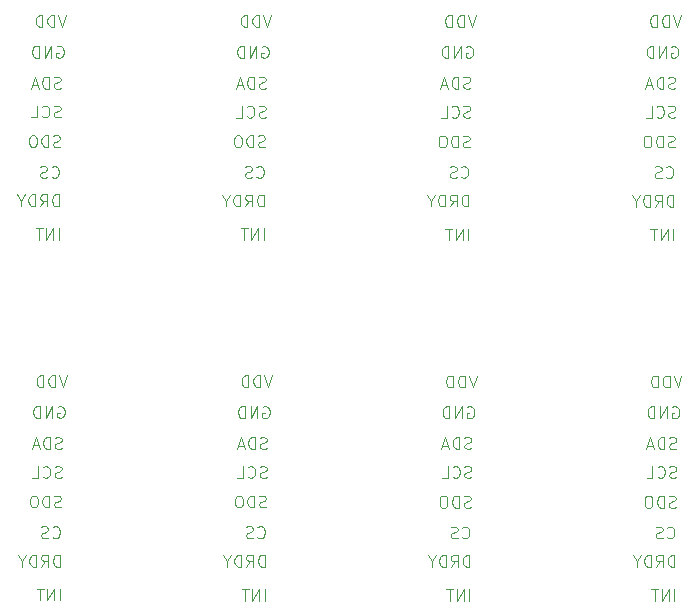
<source format=gbr>
%TF.GenerationSoftware,KiCad,Pcbnew,8.0.5*%
%TF.CreationDate,2024-10-22T20:22:57-07:00*%
%TF.ProjectId,door3_panel,646f6f72-335f-4706-916e-656c2e6b6963,rev?*%
%TF.SameCoordinates,Original*%
%TF.FileFunction,Legend,Bot*%
%TF.FilePolarity,Positive*%
%FSLAX46Y46*%
G04 Gerber Fmt 4.6, Leading zero omitted, Abs format (unit mm)*
G04 Created by KiCad (PCBNEW 8.0.5) date 2024-10-22 20:22:57*
%MOMM*%
%LPD*%
G01*
G04 APERTURE LIST*
%ADD10C,0.100000*%
G04 APERTURE END LIST*
D10*
X58012306Y-53730038D02*
X58107544Y-53682419D01*
X58107544Y-53682419D02*
X58250401Y-53682419D01*
X58250401Y-53682419D02*
X58393258Y-53730038D01*
X58393258Y-53730038D02*
X58488496Y-53825276D01*
X58488496Y-53825276D02*
X58536115Y-53920514D01*
X58536115Y-53920514D02*
X58583734Y-54110990D01*
X58583734Y-54110990D02*
X58583734Y-54253847D01*
X58583734Y-54253847D02*
X58536115Y-54444323D01*
X58536115Y-54444323D02*
X58488496Y-54539561D01*
X58488496Y-54539561D02*
X58393258Y-54634800D01*
X58393258Y-54634800D02*
X58250401Y-54682419D01*
X58250401Y-54682419D02*
X58155163Y-54682419D01*
X58155163Y-54682419D02*
X58012306Y-54634800D01*
X58012306Y-54634800D02*
X57964687Y-54587180D01*
X57964687Y-54587180D02*
X57964687Y-54253847D01*
X57964687Y-54253847D02*
X58155163Y-54253847D01*
X57536115Y-54682419D02*
X57536115Y-53682419D01*
X57536115Y-53682419D02*
X56964687Y-54682419D01*
X56964687Y-54682419D02*
X56964687Y-53682419D01*
X56488496Y-54682419D02*
X56488496Y-53682419D01*
X56488496Y-53682419D02*
X56250401Y-53682419D01*
X56250401Y-53682419D02*
X56107544Y-53730038D01*
X56107544Y-53730038D02*
X56012306Y-53825276D01*
X56012306Y-53825276D02*
X55964687Y-53920514D01*
X55964687Y-53920514D02*
X55917068Y-54110990D01*
X55917068Y-54110990D02*
X55917068Y-54253847D01*
X55917068Y-54253847D02*
X55964687Y-54444323D01*
X55964687Y-54444323D02*
X56012306Y-54539561D01*
X56012306Y-54539561D02*
X56107544Y-54634800D01*
X56107544Y-54634800D02*
X56250401Y-54682419D01*
X56250401Y-54682419D02*
X56488496Y-54682419D01*
X58176115Y-70132419D02*
X58176115Y-69132419D01*
X57699925Y-70132419D02*
X57699925Y-69132419D01*
X57699925Y-69132419D02*
X57128497Y-70132419D01*
X57128497Y-70132419D02*
X57128497Y-69132419D01*
X56795163Y-69132419D02*
X56223735Y-69132419D01*
X56509449Y-70132419D02*
X56509449Y-69132419D01*
X58273734Y-62204800D02*
X58130877Y-62252419D01*
X58130877Y-62252419D02*
X57892782Y-62252419D01*
X57892782Y-62252419D02*
X57797544Y-62204800D01*
X57797544Y-62204800D02*
X57749925Y-62157180D01*
X57749925Y-62157180D02*
X57702306Y-62061942D01*
X57702306Y-62061942D02*
X57702306Y-61966704D01*
X57702306Y-61966704D02*
X57749925Y-61871466D01*
X57749925Y-61871466D02*
X57797544Y-61823847D01*
X57797544Y-61823847D02*
X57892782Y-61776228D01*
X57892782Y-61776228D02*
X58083258Y-61728609D01*
X58083258Y-61728609D02*
X58178496Y-61680990D01*
X58178496Y-61680990D02*
X58226115Y-61633371D01*
X58226115Y-61633371D02*
X58273734Y-61538133D01*
X58273734Y-61538133D02*
X58273734Y-61442895D01*
X58273734Y-61442895D02*
X58226115Y-61347657D01*
X58226115Y-61347657D02*
X58178496Y-61300038D01*
X58178496Y-61300038D02*
X58083258Y-61252419D01*
X58083258Y-61252419D02*
X57845163Y-61252419D01*
X57845163Y-61252419D02*
X57702306Y-61300038D01*
X57273734Y-62252419D02*
X57273734Y-61252419D01*
X57273734Y-61252419D02*
X57035639Y-61252419D01*
X57035639Y-61252419D02*
X56892782Y-61300038D01*
X56892782Y-61300038D02*
X56797544Y-61395276D01*
X56797544Y-61395276D02*
X56749925Y-61490514D01*
X56749925Y-61490514D02*
X56702306Y-61680990D01*
X56702306Y-61680990D02*
X56702306Y-61823847D01*
X56702306Y-61823847D02*
X56749925Y-62014323D01*
X56749925Y-62014323D02*
X56797544Y-62109561D01*
X56797544Y-62109561D02*
X56892782Y-62204800D01*
X56892782Y-62204800D02*
X57035639Y-62252419D01*
X57035639Y-62252419D02*
X57273734Y-62252419D01*
X56083258Y-61252419D02*
X55892782Y-61252419D01*
X55892782Y-61252419D02*
X55797544Y-61300038D01*
X55797544Y-61300038D02*
X55702306Y-61395276D01*
X55702306Y-61395276D02*
X55654687Y-61585752D01*
X55654687Y-61585752D02*
X55654687Y-61919085D01*
X55654687Y-61919085D02*
X55702306Y-62109561D01*
X55702306Y-62109561D02*
X55797544Y-62204800D01*
X55797544Y-62204800D02*
X55892782Y-62252419D01*
X55892782Y-62252419D02*
X56083258Y-62252419D01*
X56083258Y-62252419D02*
X56178496Y-62204800D01*
X56178496Y-62204800D02*
X56273734Y-62109561D01*
X56273734Y-62109561D02*
X56321353Y-61919085D01*
X56321353Y-61919085D02*
X56321353Y-61585752D01*
X56321353Y-61585752D02*
X56273734Y-61395276D01*
X56273734Y-61395276D02*
X56178496Y-61300038D01*
X56178496Y-61300038D02*
X56083258Y-61252419D01*
X75530379Y-67266684D02*
X75530379Y-66266684D01*
X75530379Y-66266684D02*
X75292284Y-66266684D01*
X75292284Y-66266684D02*
X75149427Y-66314303D01*
X75149427Y-66314303D02*
X75054189Y-66409541D01*
X75054189Y-66409541D02*
X75006570Y-66504779D01*
X75006570Y-66504779D02*
X74958951Y-66695255D01*
X74958951Y-66695255D02*
X74958951Y-66838112D01*
X74958951Y-66838112D02*
X75006570Y-67028588D01*
X75006570Y-67028588D02*
X75054189Y-67123826D01*
X75054189Y-67123826D02*
X75149427Y-67219065D01*
X75149427Y-67219065D02*
X75292284Y-67266684D01*
X75292284Y-67266684D02*
X75530379Y-67266684D01*
X73958951Y-67266684D02*
X74292284Y-66790493D01*
X74530379Y-67266684D02*
X74530379Y-66266684D01*
X74530379Y-66266684D02*
X74149427Y-66266684D01*
X74149427Y-66266684D02*
X74054189Y-66314303D01*
X74054189Y-66314303D02*
X74006570Y-66361922D01*
X74006570Y-66361922D02*
X73958951Y-66457160D01*
X73958951Y-66457160D02*
X73958951Y-66600017D01*
X73958951Y-66600017D02*
X74006570Y-66695255D01*
X74006570Y-66695255D02*
X74054189Y-66742874D01*
X74054189Y-66742874D02*
X74149427Y-66790493D01*
X74149427Y-66790493D02*
X74530379Y-66790493D01*
X73530379Y-67266684D02*
X73530379Y-66266684D01*
X73530379Y-66266684D02*
X73292284Y-66266684D01*
X73292284Y-66266684D02*
X73149427Y-66314303D01*
X73149427Y-66314303D02*
X73054189Y-66409541D01*
X73054189Y-66409541D02*
X73006570Y-66504779D01*
X73006570Y-66504779D02*
X72958951Y-66695255D01*
X72958951Y-66695255D02*
X72958951Y-66838112D01*
X72958951Y-66838112D02*
X73006570Y-67028588D01*
X73006570Y-67028588D02*
X73054189Y-67123826D01*
X73054189Y-67123826D02*
X73149427Y-67219065D01*
X73149427Y-67219065D02*
X73292284Y-67266684D01*
X73292284Y-67266684D02*
X73530379Y-67266684D01*
X72339903Y-66790493D02*
X72339903Y-67266684D01*
X72673236Y-66266684D02*
X72339903Y-66790493D01*
X72339903Y-66790493D02*
X72006570Y-66266684D01*
X40854643Y-70120949D02*
X40854643Y-69120949D01*
X40378453Y-70120949D02*
X40378453Y-69120949D01*
X40378453Y-69120949D02*
X39807025Y-70120949D01*
X39807025Y-70120949D02*
X39807025Y-69120949D01*
X39473691Y-69120949D02*
X38902263Y-69120949D01*
X39187977Y-70120949D02*
X39187977Y-69120949D01*
X41457500Y-51060949D02*
X41124167Y-52060949D01*
X41124167Y-52060949D02*
X40790834Y-51060949D01*
X40457500Y-52060949D02*
X40457500Y-51060949D01*
X40457500Y-51060949D02*
X40219405Y-51060949D01*
X40219405Y-51060949D02*
X40076548Y-51108568D01*
X40076548Y-51108568D02*
X39981310Y-51203806D01*
X39981310Y-51203806D02*
X39933691Y-51299044D01*
X39933691Y-51299044D02*
X39886072Y-51489520D01*
X39886072Y-51489520D02*
X39886072Y-51632377D01*
X39886072Y-51632377D02*
X39933691Y-51822853D01*
X39933691Y-51822853D02*
X39981310Y-51918091D01*
X39981310Y-51918091D02*
X40076548Y-52013330D01*
X40076548Y-52013330D02*
X40219405Y-52060949D01*
X40219405Y-52060949D02*
X40457500Y-52060949D01*
X39457500Y-52060949D02*
X39457500Y-51060949D01*
X39457500Y-51060949D02*
X39219405Y-51060949D01*
X39219405Y-51060949D02*
X39076548Y-51108568D01*
X39076548Y-51108568D02*
X38981310Y-51203806D01*
X38981310Y-51203806D02*
X38933691Y-51299044D01*
X38933691Y-51299044D02*
X38886072Y-51489520D01*
X38886072Y-51489520D02*
X38886072Y-51632377D01*
X38886072Y-51632377D02*
X38933691Y-51822853D01*
X38933691Y-51822853D02*
X38981310Y-51918091D01*
X38981310Y-51918091D02*
X39076548Y-52013330D01*
X39076548Y-52013330D02*
X39219405Y-52060949D01*
X39219405Y-52060949D02*
X39457500Y-52060949D01*
X40952262Y-62193330D02*
X40809405Y-62240949D01*
X40809405Y-62240949D02*
X40571310Y-62240949D01*
X40571310Y-62240949D02*
X40476072Y-62193330D01*
X40476072Y-62193330D02*
X40428453Y-62145710D01*
X40428453Y-62145710D02*
X40380834Y-62050472D01*
X40380834Y-62050472D02*
X40380834Y-61955234D01*
X40380834Y-61955234D02*
X40428453Y-61859996D01*
X40428453Y-61859996D02*
X40476072Y-61812377D01*
X40476072Y-61812377D02*
X40571310Y-61764758D01*
X40571310Y-61764758D02*
X40761786Y-61717139D01*
X40761786Y-61717139D02*
X40857024Y-61669520D01*
X40857024Y-61669520D02*
X40904643Y-61621901D01*
X40904643Y-61621901D02*
X40952262Y-61526663D01*
X40952262Y-61526663D02*
X40952262Y-61431425D01*
X40952262Y-61431425D02*
X40904643Y-61336187D01*
X40904643Y-61336187D02*
X40857024Y-61288568D01*
X40857024Y-61288568D02*
X40761786Y-61240949D01*
X40761786Y-61240949D02*
X40523691Y-61240949D01*
X40523691Y-61240949D02*
X40380834Y-61288568D01*
X39952262Y-62240949D02*
X39952262Y-61240949D01*
X39952262Y-61240949D02*
X39714167Y-61240949D01*
X39714167Y-61240949D02*
X39571310Y-61288568D01*
X39571310Y-61288568D02*
X39476072Y-61383806D01*
X39476072Y-61383806D02*
X39428453Y-61479044D01*
X39428453Y-61479044D02*
X39380834Y-61669520D01*
X39380834Y-61669520D02*
X39380834Y-61812377D01*
X39380834Y-61812377D02*
X39428453Y-62002853D01*
X39428453Y-62002853D02*
X39476072Y-62098091D01*
X39476072Y-62098091D02*
X39571310Y-62193330D01*
X39571310Y-62193330D02*
X39714167Y-62240949D01*
X39714167Y-62240949D02*
X39952262Y-62240949D01*
X38761786Y-61240949D02*
X38571310Y-61240949D01*
X38571310Y-61240949D02*
X38476072Y-61288568D01*
X38476072Y-61288568D02*
X38380834Y-61383806D01*
X38380834Y-61383806D02*
X38333215Y-61574282D01*
X38333215Y-61574282D02*
X38333215Y-61907615D01*
X38333215Y-61907615D02*
X38380834Y-62098091D01*
X38380834Y-62098091D02*
X38476072Y-62193330D01*
X38476072Y-62193330D02*
X38571310Y-62240949D01*
X38571310Y-62240949D02*
X38761786Y-62240949D01*
X38761786Y-62240949D02*
X38857024Y-62193330D01*
X38857024Y-62193330D02*
X38952262Y-62098091D01*
X38952262Y-62098091D02*
X38999881Y-61907615D01*
X38999881Y-61907615D02*
X38999881Y-61574282D01*
X38999881Y-61574282D02*
X38952262Y-61383806D01*
X38952262Y-61383806D02*
X38857024Y-61288568D01*
X38857024Y-61288568D02*
X38761786Y-61240949D01*
X40233215Y-64745710D02*
X40280834Y-64793330D01*
X40280834Y-64793330D02*
X40423691Y-64840949D01*
X40423691Y-64840949D02*
X40518929Y-64840949D01*
X40518929Y-64840949D02*
X40661786Y-64793330D01*
X40661786Y-64793330D02*
X40757024Y-64698091D01*
X40757024Y-64698091D02*
X40804643Y-64602853D01*
X40804643Y-64602853D02*
X40852262Y-64412377D01*
X40852262Y-64412377D02*
X40852262Y-64269520D01*
X40852262Y-64269520D02*
X40804643Y-64079044D01*
X40804643Y-64079044D02*
X40757024Y-63983806D01*
X40757024Y-63983806D02*
X40661786Y-63888568D01*
X40661786Y-63888568D02*
X40518929Y-63840949D01*
X40518929Y-63840949D02*
X40423691Y-63840949D01*
X40423691Y-63840949D02*
X40280834Y-63888568D01*
X40280834Y-63888568D02*
X40233215Y-63936187D01*
X39852262Y-64793330D02*
X39709405Y-64840949D01*
X39709405Y-64840949D02*
X39471310Y-64840949D01*
X39471310Y-64840949D02*
X39376072Y-64793330D01*
X39376072Y-64793330D02*
X39328453Y-64745710D01*
X39328453Y-64745710D02*
X39280834Y-64650472D01*
X39280834Y-64650472D02*
X39280834Y-64555234D01*
X39280834Y-64555234D02*
X39328453Y-64459996D01*
X39328453Y-64459996D02*
X39376072Y-64412377D01*
X39376072Y-64412377D02*
X39471310Y-64364758D01*
X39471310Y-64364758D02*
X39661786Y-64317139D01*
X39661786Y-64317139D02*
X39757024Y-64269520D01*
X39757024Y-64269520D02*
X39804643Y-64221901D01*
X39804643Y-64221901D02*
X39852262Y-64126663D01*
X39852262Y-64126663D02*
X39852262Y-64031425D01*
X39852262Y-64031425D02*
X39804643Y-63936187D01*
X39804643Y-63936187D02*
X39757024Y-63888568D01*
X39757024Y-63888568D02*
X39661786Y-63840949D01*
X39661786Y-63840949D02*
X39423691Y-63840949D01*
X39423691Y-63840949D02*
X39280834Y-63888568D01*
X40690834Y-53718568D02*
X40786072Y-53670949D01*
X40786072Y-53670949D02*
X40928929Y-53670949D01*
X40928929Y-53670949D02*
X41071786Y-53718568D01*
X41071786Y-53718568D02*
X41167024Y-53813806D01*
X41167024Y-53813806D02*
X41214643Y-53909044D01*
X41214643Y-53909044D02*
X41262262Y-54099520D01*
X41262262Y-54099520D02*
X41262262Y-54242377D01*
X41262262Y-54242377D02*
X41214643Y-54432853D01*
X41214643Y-54432853D02*
X41167024Y-54528091D01*
X41167024Y-54528091D02*
X41071786Y-54623330D01*
X41071786Y-54623330D02*
X40928929Y-54670949D01*
X40928929Y-54670949D02*
X40833691Y-54670949D01*
X40833691Y-54670949D02*
X40690834Y-54623330D01*
X40690834Y-54623330D02*
X40643215Y-54575710D01*
X40643215Y-54575710D02*
X40643215Y-54242377D01*
X40643215Y-54242377D02*
X40833691Y-54242377D01*
X40214643Y-54670949D02*
X40214643Y-53670949D01*
X40214643Y-53670949D02*
X39643215Y-54670949D01*
X39643215Y-54670949D02*
X39643215Y-53670949D01*
X39167024Y-54670949D02*
X39167024Y-53670949D01*
X39167024Y-53670949D02*
X38928929Y-53670949D01*
X38928929Y-53670949D02*
X38786072Y-53718568D01*
X38786072Y-53718568D02*
X38690834Y-53813806D01*
X38690834Y-53813806D02*
X38643215Y-53909044D01*
X38643215Y-53909044D02*
X38595596Y-54099520D01*
X38595596Y-54099520D02*
X38595596Y-54242377D01*
X38595596Y-54242377D02*
X38643215Y-54432853D01*
X38643215Y-54432853D02*
X38690834Y-54528091D01*
X38690834Y-54528091D02*
X38786072Y-54623330D01*
X38786072Y-54623330D02*
X38928929Y-54670949D01*
X38928929Y-54670949D02*
X39167024Y-54670949D01*
X41002262Y-59683330D02*
X40859405Y-59730949D01*
X40859405Y-59730949D02*
X40621310Y-59730949D01*
X40621310Y-59730949D02*
X40526072Y-59683330D01*
X40526072Y-59683330D02*
X40478453Y-59635710D01*
X40478453Y-59635710D02*
X40430834Y-59540472D01*
X40430834Y-59540472D02*
X40430834Y-59445234D01*
X40430834Y-59445234D02*
X40478453Y-59349996D01*
X40478453Y-59349996D02*
X40526072Y-59302377D01*
X40526072Y-59302377D02*
X40621310Y-59254758D01*
X40621310Y-59254758D02*
X40811786Y-59207139D01*
X40811786Y-59207139D02*
X40907024Y-59159520D01*
X40907024Y-59159520D02*
X40954643Y-59111901D01*
X40954643Y-59111901D02*
X41002262Y-59016663D01*
X41002262Y-59016663D02*
X41002262Y-58921425D01*
X41002262Y-58921425D02*
X40954643Y-58826187D01*
X40954643Y-58826187D02*
X40907024Y-58778568D01*
X40907024Y-58778568D02*
X40811786Y-58730949D01*
X40811786Y-58730949D02*
X40573691Y-58730949D01*
X40573691Y-58730949D02*
X40430834Y-58778568D01*
X39430834Y-59635710D02*
X39478453Y-59683330D01*
X39478453Y-59683330D02*
X39621310Y-59730949D01*
X39621310Y-59730949D02*
X39716548Y-59730949D01*
X39716548Y-59730949D02*
X39859405Y-59683330D01*
X39859405Y-59683330D02*
X39954643Y-59588091D01*
X39954643Y-59588091D02*
X40002262Y-59492853D01*
X40002262Y-59492853D02*
X40049881Y-59302377D01*
X40049881Y-59302377D02*
X40049881Y-59159520D01*
X40049881Y-59159520D02*
X40002262Y-58969044D01*
X40002262Y-58969044D02*
X39954643Y-58873806D01*
X39954643Y-58873806D02*
X39859405Y-58778568D01*
X39859405Y-58778568D02*
X39716548Y-58730949D01*
X39716548Y-58730949D02*
X39621310Y-58730949D01*
X39621310Y-58730949D02*
X39478453Y-58778568D01*
X39478453Y-58778568D02*
X39430834Y-58826187D01*
X38526072Y-59730949D02*
X39002262Y-59730949D01*
X39002262Y-59730949D02*
X39002262Y-58730949D01*
X41002262Y-57233330D02*
X40859405Y-57280949D01*
X40859405Y-57280949D02*
X40621310Y-57280949D01*
X40621310Y-57280949D02*
X40526072Y-57233330D01*
X40526072Y-57233330D02*
X40478453Y-57185710D01*
X40478453Y-57185710D02*
X40430834Y-57090472D01*
X40430834Y-57090472D02*
X40430834Y-56995234D01*
X40430834Y-56995234D02*
X40478453Y-56899996D01*
X40478453Y-56899996D02*
X40526072Y-56852377D01*
X40526072Y-56852377D02*
X40621310Y-56804758D01*
X40621310Y-56804758D02*
X40811786Y-56757139D01*
X40811786Y-56757139D02*
X40907024Y-56709520D01*
X40907024Y-56709520D02*
X40954643Y-56661901D01*
X40954643Y-56661901D02*
X41002262Y-56566663D01*
X41002262Y-56566663D02*
X41002262Y-56471425D01*
X41002262Y-56471425D02*
X40954643Y-56376187D01*
X40954643Y-56376187D02*
X40907024Y-56328568D01*
X40907024Y-56328568D02*
X40811786Y-56280949D01*
X40811786Y-56280949D02*
X40573691Y-56280949D01*
X40573691Y-56280949D02*
X40430834Y-56328568D01*
X40002262Y-57280949D02*
X40002262Y-56280949D01*
X40002262Y-56280949D02*
X39764167Y-56280949D01*
X39764167Y-56280949D02*
X39621310Y-56328568D01*
X39621310Y-56328568D02*
X39526072Y-56423806D01*
X39526072Y-56423806D02*
X39478453Y-56519044D01*
X39478453Y-56519044D02*
X39430834Y-56709520D01*
X39430834Y-56709520D02*
X39430834Y-56852377D01*
X39430834Y-56852377D02*
X39478453Y-57042853D01*
X39478453Y-57042853D02*
X39526072Y-57138091D01*
X39526072Y-57138091D02*
X39621310Y-57233330D01*
X39621310Y-57233330D02*
X39764167Y-57280949D01*
X39764167Y-57280949D02*
X40002262Y-57280949D01*
X39049881Y-56995234D02*
X38573691Y-56995234D01*
X39145119Y-57280949D02*
X38811786Y-56280949D01*
X38811786Y-56280949D02*
X38478453Y-57280949D01*
X40854643Y-67250949D02*
X40854643Y-66250949D01*
X40854643Y-66250949D02*
X40616548Y-66250949D01*
X40616548Y-66250949D02*
X40473691Y-66298568D01*
X40473691Y-66298568D02*
X40378453Y-66393806D01*
X40378453Y-66393806D02*
X40330834Y-66489044D01*
X40330834Y-66489044D02*
X40283215Y-66679520D01*
X40283215Y-66679520D02*
X40283215Y-66822377D01*
X40283215Y-66822377D02*
X40330834Y-67012853D01*
X40330834Y-67012853D02*
X40378453Y-67108091D01*
X40378453Y-67108091D02*
X40473691Y-67203330D01*
X40473691Y-67203330D02*
X40616548Y-67250949D01*
X40616548Y-67250949D02*
X40854643Y-67250949D01*
X39283215Y-67250949D02*
X39616548Y-66774758D01*
X39854643Y-67250949D02*
X39854643Y-66250949D01*
X39854643Y-66250949D02*
X39473691Y-66250949D01*
X39473691Y-66250949D02*
X39378453Y-66298568D01*
X39378453Y-66298568D02*
X39330834Y-66346187D01*
X39330834Y-66346187D02*
X39283215Y-66441425D01*
X39283215Y-66441425D02*
X39283215Y-66584282D01*
X39283215Y-66584282D02*
X39330834Y-66679520D01*
X39330834Y-66679520D02*
X39378453Y-66727139D01*
X39378453Y-66727139D02*
X39473691Y-66774758D01*
X39473691Y-66774758D02*
X39854643Y-66774758D01*
X38854643Y-67250949D02*
X38854643Y-66250949D01*
X38854643Y-66250949D02*
X38616548Y-66250949D01*
X38616548Y-66250949D02*
X38473691Y-66298568D01*
X38473691Y-66298568D02*
X38378453Y-66393806D01*
X38378453Y-66393806D02*
X38330834Y-66489044D01*
X38330834Y-66489044D02*
X38283215Y-66679520D01*
X38283215Y-66679520D02*
X38283215Y-66822377D01*
X38283215Y-66822377D02*
X38330834Y-67012853D01*
X38330834Y-67012853D02*
X38378453Y-67108091D01*
X38378453Y-67108091D02*
X38473691Y-67203330D01*
X38473691Y-67203330D02*
X38616548Y-67250949D01*
X38616548Y-67250949D02*
X38854643Y-67250949D01*
X37664167Y-66774758D02*
X37664167Y-67250949D01*
X37997500Y-66250949D02*
X37664167Y-66774758D01*
X37664167Y-66774758D02*
X37330834Y-66250949D01*
X58323734Y-59694800D02*
X58180877Y-59742419D01*
X58180877Y-59742419D02*
X57942782Y-59742419D01*
X57942782Y-59742419D02*
X57847544Y-59694800D01*
X57847544Y-59694800D02*
X57799925Y-59647180D01*
X57799925Y-59647180D02*
X57752306Y-59551942D01*
X57752306Y-59551942D02*
X57752306Y-59456704D01*
X57752306Y-59456704D02*
X57799925Y-59361466D01*
X57799925Y-59361466D02*
X57847544Y-59313847D01*
X57847544Y-59313847D02*
X57942782Y-59266228D01*
X57942782Y-59266228D02*
X58133258Y-59218609D01*
X58133258Y-59218609D02*
X58228496Y-59170990D01*
X58228496Y-59170990D02*
X58276115Y-59123371D01*
X58276115Y-59123371D02*
X58323734Y-59028133D01*
X58323734Y-59028133D02*
X58323734Y-58932895D01*
X58323734Y-58932895D02*
X58276115Y-58837657D01*
X58276115Y-58837657D02*
X58228496Y-58790038D01*
X58228496Y-58790038D02*
X58133258Y-58742419D01*
X58133258Y-58742419D02*
X57895163Y-58742419D01*
X57895163Y-58742419D02*
X57752306Y-58790038D01*
X56752306Y-59647180D02*
X56799925Y-59694800D01*
X56799925Y-59694800D02*
X56942782Y-59742419D01*
X56942782Y-59742419D02*
X57038020Y-59742419D01*
X57038020Y-59742419D02*
X57180877Y-59694800D01*
X57180877Y-59694800D02*
X57276115Y-59599561D01*
X57276115Y-59599561D02*
X57323734Y-59504323D01*
X57323734Y-59504323D02*
X57371353Y-59313847D01*
X57371353Y-59313847D02*
X57371353Y-59170990D01*
X57371353Y-59170990D02*
X57323734Y-58980514D01*
X57323734Y-58980514D02*
X57276115Y-58885276D01*
X57276115Y-58885276D02*
X57180877Y-58790038D01*
X57180877Y-58790038D02*
X57038020Y-58742419D01*
X57038020Y-58742419D02*
X56942782Y-58742419D01*
X56942782Y-58742419D02*
X56799925Y-58790038D01*
X56799925Y-58790038D02*
X56752306Y-58837657D01*
X55847544Y-59742419D02*
X56323734Y-59742419D01*
X56323734Y-59742419D02*
X56323734Y-58742419D01*
X58176115Y-67262419D02*
X58176115Y-66262419D01*
X58176115Y-66262419D02*
X57938020Y-66262419D01*
X57938020Y-66262419D02*
X57795163Y-66310038D01*
X57795163Y-66310038D02*
X57699925Y-66405276D01*
X57699925Y-66405276D02*
X57652306Y-66500514D01*
X57652306Y-66500514D02*
X57604687Y-66690990D01*
X57604687Y-66690990D02*
X57604687Y-66833847D01*
X57604687Y-66833847D02*
X57652306Y-67024323D01*
X57652306Y-67024323D02*
X57699925Y-67119561D01*
X57699925Y-67119561D02*
X57795163Y-67214800D01*
X57795163Y-67214800D02*
X57938020Y-67262419D01*
X57938020Y-67262419D02*
X58176115Y-67262419D01*
X56604687Y-67262419D02*
X56938020Y-66786228D01*
X57176115Y-67262419D02*
X57176115Y-66262419D01*
X57176115Y-66262419D02*
X56795163Y-66262419D01*
X56795163Y-66262419D02*
X56699925Y-66310038D01*
X56699925Y-66310038D02*
X56652306Y-66357657D01*
X56652306Y-66357657D02*
X56604687Y-66452895D01*
X56604687Y-66452895D02*
X56604687Y-66595752D01*
X56604687Y-66595752D02*
X56652306Y-66690990D01*
X56652306Y-66690990D02*
X56699925Y-66738609D01*
X56699925Y-66738609D02*
X56795163Y-66786228D01*
X56795163Y-66786228D02*
X57176115Y-66786228D01*
X56176115Y-67262419D02*
X56176115Y-66262419D01*
X56176115Y-66262419D02*
X55938020Y-66262419D01*
X55938020Y-66262419D02*
X55795163Y-66310038D01*
X55795163Y-66310038D02*
X55699925Y-66405276D01*
X55699925Y-66405276D02*
X55652306Y-66500514D01*
X55652306Y-66500514D02*
X55604687Y-66690990D01*
X55604687Y-66690990D02*
X55604687Y-66833847D01*
X55604687Y-66833847D02*
X55652306Y-67024323D01*
X55652306Y-67024323D02*
X55699925Y-67119561D01*
X55699925Y-67119561D02*
X55795163Y-67214800D01*
X55795163Y-67214800D02*
X55938020Y-67262419D01*
X55938020Y-67262419D02*
X56176115Y-67262419D01*
X54985639Y-66786228D02*
X54985639Y-67262419D01*
X55318972Y-66262419D02*
X54985639Y-66786228D01*
X54985639Y-66786228D02*
X54652306Y-66262419D01*
X58323734Y-57244800D02*
X58180877Y-57292419D01*
X58180877Y-57292419D02*
X57942782Y-57292419D01*
X57942782Y-57292419D02*
X57847544Y-57244800D01*
X57847544Y-57244800D02*
X57799925Y-57197180D01*
X57799925Y-57197180D02*
X57752306Y-57101942D01*
X57752306Y-57101942D02*
X57752306Y-57006704D01*
X57752306Y-57006704D02*
X57799925Y-56911466D01*
X57799925Y-56911466D02*
X57847544Y-56863847D01*
X57847544Y-56863847D02*
X57942782Y-56816228D01*
X57942782Y-56816228D02*
X58133258Y-56768609D01*
X58133258Y-56768609D02*
X58228496Y-56720990D01*
X58228496Y-56720990D02*
X58276115Y-56673371D01*
X58276115Y-56673371D02*
X58323734Y-56578133D01*
X58323734Y-56578133D02*
X58323734Y-56482895D01*
X58323734Y-56482895D02*
X58276115Y-56387657D01*
X58276115Y-56387657D02*
X58228496Y-56340038D01*
X58228496Y-56340038D02*
X58133258Y-56292419D01*
X58133258Y-56292419D02*
X57895163Y-56292419D01*
X57895163Y-56292419D02*
X57752306Y-56340038D01*
X57323734Y-57292419D02*
X57323734Y-56292419D01*
X57323734Y-56292419D02*
X57085639Y-56292419D01*
X57085639Y-56292419D02*
X56942782Y-56340038D01*
X56942782Y-56340038D02*
X56847544Y-56435276D01*
X56847544Y-56435276D02*
X56799925Y-56530514D01*
X56799925Y-56530514D02*
X56752306Y-56720990D01*
X56752306Y-56720990D02*
X56752306Y-56863847D01*
X56752306Y-56863847D02*
X56799925Y-57054323D01*
X56799925Y-57054323D02*
X56847544Y-57149561D01*
X56847544Y-57149561D02*
X56942782Y-57244800D01*
X56942782Y-57244800D02*
X57085639Y-57292419D01*
X57085639Y-57292419D02*
X57323734Y-57292419D01*
X56371353Y-57006704D02*
X55895163Y-57006704D01*
X56466591Y-57292419D02*
X56133258Y-56292419D01*
X56133258Y-56292419D02*
X55799925Y-57292419D01*
X57554687Y-64757180D02*
X57602306Y-64804800D01*
X57602306Y-64804800D02*
X57745163Y-64852419D01*
X57745163Y-64852419D02*
X57840401Y-64852419D01*
X57840401Y-64852419D02*
X57983258Y-64804800D01*
X57983258Y-64804800D02*
X58078496Y-64709561D01*
X58078496Y-64709561D02*
X58126115Y-64614323D01*
X58126115Y-64614323D02*
X58173734Y-64423847D01*
X58173734Y-64423847D02*
X58173734Y-64280990D01*
X58173734Y-64280990D02*
X58126115Y-64090514D01*
X58126115Y-64090514D02*
X58078496Y-63995276D01*
X58078496Y-63995276D02*
X57983258Y-63900038D01*
X57983258Y-63900038D02*
X57840401Y-63852419D01*
X57840401Y-63852419D02*
X57745163Y-63852419D01*
X57745163Y-63852419D02*
X57602306Y-63900038D01*
X57602306Y-63900038D02*
X57554687Y-63947657D01*
X57173734Y-64804800D02*
X57030877Y-64852419D01*
X57030877Y-64852419D02*
X56792782Y-64852419D01*
X56792782Y-64852419D02*
X56697544Y-64804800D01*
X56697544Y-64804800D02*
X56649925Y-64757180D01*
X56649925Y-64757180D02*
X56602306Y-64661942D01*
X56602306Y-64661942D02*
X56602306Y-64566704D01*
X56602306Y-64566704D02*
X56649925Y-64471466D01*
X56649925Y-64471466D02*
X56697544Y-64423847D01*
X56697544Y-64423847D02*
X56792782Y-64376228D01*
X56792782Y-64376228D02*
X56983258Y-64328609D01*
X56983258Y-64328609D02*
X57078496Y-64280990D01*
X57078496Y-64280990D02*
X57126115Y-64233371D01*
X57126115Y-64233371D02*
X57173734Y-64138133D01*
X57173734Y-64138133D02*
X57173734Y-64042895D01*
X57173734Y-64042895D02*
X57126115Y-63947657D01*
X57126115Y-63947657D02*
X57078496Y-63900038D01*
X57078496Y-63900038D02*
X56983258Y-63852419D01*
X56983258Y-63852419D02*
X56745163Y-63852419D01*
X56745163Y-63852419D02*
X56602306Y-63900038D01*
X58778972Y-51072419D02*
X58445639Y-52072419D01*
X58445639Y-52072419D02*
X58112306Y-51072419D01*
X57778972Y-52072419D02*
X57778972Y-51072419D01*
X57778972Y-51072419D02*
X57540877Y-51072419D01*
X57540877Y-51072419D02*
X57398020Y-51120038D01*
X57398020Y-51120038D02*
X57302782Y-51215276D01*
X57302782Y-51215276D02*
X57255163Y-51310514D01*
X57255163Y-51310514D02*
X57207544Y-51500990D01*
X57207544Y-51500990D02*
X57207544Y-51643847D01*
X57207544Y-51643847D02*
X57255163Y-51834323D01*
X57255163Y-51834323D02*
X57302782Y-51929561D01*
X57302782Y-51929561D02*
X57398020Y-52024800D01*
X57398020Y-52024800D02*
X57540877Y-52072419D01*
X57540877Y-52072419D02*
X57778972Y-52072419D01*
X56778972Y-52072419D02*
X56778972Y-51072419D01*
X56778972Y-51072419D02*
X56540877Y-51072419D01*
X56540877Y-51072419D02*
X56398020Y-51120038D01*
X56398020Y-51120038D02*
X56302782Y-51215276D01*
X56302782Y-51215276D02*
X56255163Y-51310514D01*
X56255163Y-51310514D02*
X56207544Y-51500990D01*
X56207544Y-51500990D02*
X56207544Y-51643847D01*
X56207544Y-51643847D02*
X56255163Y-51834323D01*
X56255163Y-51834323D02*
X56302782Y-51929561D01*
X56302782Y-51929561D02*
X56398020Y-52024800D01*
X56398020Y-52024800D02*
X56540877Y-52072419D01*
X56540877Y-52072419D02*
X56778972Y-52072419D01*
X75627998Y-62209065D02*
X75485141Y-62256684D01*
X75485141Y-62256684D02*
X75247046Y-62256684D01*
X75247046Y-62256684D02*
X75151808Y-62209065D01*
X75151808Y-62209065D02*
X75104189Y-62161445D01*
X75104189Y-62161445D02*
X75056570Y-62066207D01*
X75056570Y-62066207D02*
X75056570Y-61970969D01*
X75056570Y-61970969D02*
X75104189Y-61875731D01*
X75104189Y-61875731D02*
X75151808Y-61828112D01*
X75151808Y-61828112D02*
X75247046Y-61780493D01*
X75247046Y-61780493D02*
X75437522Y-61732874D01*
X75437522Y-61732874D02*
X75532760Y-61685255D01*
X75532760Y-61685255D02*
X75580379Y-61637636D01*
X75580379Y-61637636D02*
X75627998Y-61542398D01*
X75627998Y-61542398D02*
X75627998Y-61447160D01*
X75627998Y-61447160D02*
X75580379Y-61351922D01*
X75580379Y-61351922D02*
X75532760Y-61304303D01*
X75532760Y-61304303D02*
X75437522Y-61256684D01*
X75437522Y-61256684D02*
X75199427Y-61256684D01*
X75199427Y-61256684D02*
X75056570Y-61304303D01*
X74627998Y-62256684D02*
X74627998Y-61256684D01*
X74627998Y-61256684D02*
X74389903Y-61256684D01*
X74389903Y-61256684D02*
X74247046Y-61304303D01*
X74247046Y-61304303D02*
X74151808Y-61399541D01*
X74151808Y-61399541D02*
X74104189Y-61494779D01*
X74104189Y-61494779D02*
X74056570Y-61685255D01*
X74056570Y-61685255D02*
X74056570Y-61828112D01*
X74056570Y-61828112D02*
X74104189Y-62018588D01*
X74104189Y-62018588D02*
X74151808Y-62113826D01*
X74151808Y-62113826D02*
X74247046Y-62209065D01*
X74247046Y-62209065D02*
X74389903Y-62256684D01*
X74389903Y-62256684D02*
X74627998Y-62256684D01*
X73437522Y-61256684D02*
X73247046Y-61256684D01*
X73247046Y-61256684D02*
X73151808Y-61304303D01*
X73151808Y-61304303D02*
X73056570Y-61399541D01*
X73056570Y-61399541D02*
X73008951Y-61590017D01*
X73008951Y-61590017D02*
X73008951Y-61923350D01*
X73008951Y-61923350D02*
X73056570Y-62113826D01*
X73056570Y-62113826D02*
X73151808Y-62209065D01*
X73151808Y-62209065D02*
X73247046Y-62256684D01*
X73247046Y-62256684D02*
X73437522Y-62256684D01*
X73437522Y-62256684D02*
X73532760Y-62209065D01*
X73532760Y-62209065D02*
X73627998Y-62113826D01*
X73627998Y-62113826D02*
X73675617Y-61923350D01*
X73675617Y-61923350D02*
X73675617Y-61590017D01*
X73675617Y-61590017D02*
X73627998Y-61399541D01*
X73627998Y-61399541D02*
X73532760Y-61304303D01*
X73532760Y-61304303D02*
X73437522Y-61256684D01*
X76133236Y-51076684D02*
X75799903Y-52076684D01*
X75799903Y-52076684D02*
X75466570Y-51076684D01*
X75133236Y-52076684D02*
X75133236Y-51076684D01*
X75133236Y-51076684D02*
X74895141Y-51076684D01*
X74895141Y-51076684D02*
X74752284Y-51124303D01*
X74752284Y-51124303D02*
X74657046Y-51219541D01*
X74657046Y-51219541D02*
X74609427Y-51314779D01*
X74609427Y-51314779D02*
X74561808Y-51505255D01*
X74561808Y-51505255D02*
X74561808Y-51648112D01*
X74561808Y-51648112D02*
X74609427Y-51838588D01*
X74609427Y-51838588D02*
X74657046Y-51933826D01*
X74657046Y-51933826D02*
X74752284Y-52029065D01*
X74752284Y-52029065D02*
X74895141Y-52076684D01*
X74895141Y-52076684D02*
X75133236Y-52076684D01*
X74133236Y-52076684D02*
X74133236Y-51076684D01*
X74133236Y-51076684D02*
X73895141Y-51076684D01*
X73895141Y-51076684D02*
X73752284Y-51124303D01*
X73752284Y-51124303D02*
X73657046Y-51219541D01*
X73657046Y-51219541D02*
X73609427Y-51314779D01*
X73609427Y-51314779D02*
X73561808Y-51505255D01*
X73561808Y-51505255D02*
X73561808Y-51648112D01*
X73561808Y-51648112D02*
X73609427Y-51838588D01*
X73609427Y-51838588D02*
X73657046Y-51933826D01*
X73657046Y-51933826D02*
X73752284Y-52029065D01*
X73752284Y-52029065D02*
X73895141Y-52076684D01*
X73895141Y-52076684D02*
X74133236Y-52076684D01*
X74908951Y-64761445D02*
X74956570Y-64809065D01*
X74956570Y-64809065D02*
X75099427Y-64856684D01*
X75099427Y-64856684D02*
X75194665Y-64856684D01*
X75194665Y-64856684D02*
X75337522Y-64809065D01*
X75337522Y-64809065D02*
X75432760Y-64713826D01*
X75432760Y-64713826D02*
X75480379Y-64618588D01*
X75480379Y-64618588D02*
X75527998Y-64428112D01*
X75527998Y-64428112D02*
X75527998Y-64285255D01*
X75527998Y-64285255D02*
X75480379Y-64094779D01*
X75480379Y-64094779D02*
X75432760Y-63999541D01*
X75432760Y-63999541D02*
X75337522Y-63904303D01*
X75337522Y-63904303D02*
X75194665Y-63856684D01*
X75194665Y-63856684D02*
X75099427Y-63856684D01*
X75099427Y-63856684D02*
X74956570Y-63904303D01*
X74956570Y-63904303D02*
X74908951Y-63951922D01*
X74527998Y-64809065D02*
X74385141Y-64856684D01*
X74385141Y-64856684D02*
X74147046Y-64856684D01*
X74147046Y-64856684D02*
X74051808Y-64809065D01*
X74051808Y-64809065D02*
X74004189Y-64761445D01*
X74004189Y-64761445D02*
X73956570Y-64666207D01*
X73956570Y-64666207D02*
X73956570Y-64570969D01*
X73956570Y-64570969D02*
X74004189Y-64475731D01*
X74004189Y-64475731D02*
X74051808Y-64428112D01*
X74051808Y-64428112D02*
X74147046Y-64380493D01*
X74147046Y-64380493D02*
X74337522Y-64332874D01*
X74337522Y-64332874D02*
X74432760Y-64285255D01*
X74432760Y-64285255D02*
X74480379Y-64237636D01*
X74480379Y-64237636D02*
X74527998Y-64142398D01*
X74527998Y-64142398D02*
X74527998Y-64047160D01*
X74527998Y-64047160D02*
X74480379Y-63951922D01*
X74480379Y-63951922D02*
X74432760Y-63904303D01*
X74432760Y-63904303D02*
X74337522Y-63856684D01*
X74337522Y-63856684D02*
X74099427Y-63856684D01*
X74099427Y-63856684D02*
X73956570Y-63904303D01*
X75530379Y-70136684D02*
X75530379Y-69136684D01*
X75054189Y-70136684D02*
X75054189Y-69136684D01*
X75054189Y-69136684D02*
X74482761Y-70136684D01*
X74482761Y-70136684D02*
X74482761Y-69136684D01*
X74149427Y-69136684D02*
X73577999Y-69136684D01*
X73863713Y-70136684D02*
X73863713Y-69136684D01*
X75677998Y-59699065D02*
X75535141Y-59746684D01*
X75535141Y-59746684D02*
X75297046Y-59746684D01*
X75297046Y-59746684D02*
X75201808Y-59699065D01*
X75201808Y-59699065D02*
X75154189Y-59651445D01*
X75154189Y-59651445D02*
X75106570Y-59556207D01*
X75106570Y-59556207D02*
X75106570Y-59460969D01*
X75106570Y-59460969D02*
X75154189Y-59365731D01*
X75154189Y-59365731D02*
X75201808Y-59318112D01*
X75201808Y-59318112D02*
X75297046Y-59270493D01*
X75297046Y-59270493D02*
X75487522Y-59222874D01*
X75487522Y-59222874D02*
X75582760Y-59175255D01*
X75582760Y-59175255D02*
X75630379Y-59127636D01*
X75630379Y-59127636D02*
X75677998Y-59032398D01*
X75677998Y-59032398D02*
X75677998Y-58937160D01*
X75677998Y-58937160D02*
X75630379Y-58841922D01*
X75630379Y-58841922D02*
X75582760Y-58794303D01*
X75582760Y-58794303D02*
X75487522Y-58746684D01*
X75487522Y-58746684D02*
X75249427Y-58746684D01*
X75249427Y-58746684D02*
X75106570Y-58794303D01*
X74106570Y-59651445D02*
X74154189Y-59699065D01*
X74154189Y-59699065D02*
X74297046Y-59746684D01*
X74297046Y-59746684D02*
X74392284Y-59746684D01*
X74392284Y-59746684D02*
X74535141Y-59699065D01*
X74535141Y-59699065D02*
X74630379Y-59603826D01*
X74630379Y-59603826D02*
X74677998Y-59508588D01*
X74677998Y-59508588D02*
X74725617Y-59318112D01*
X74725617Y-59318112D02*
X74725617Y-59175255D01*
X74725617Y-59175255D02*
X74677998Y-58984779D01*
X74677998Y-58984779D02*
X74630379Y-58889541D01*
X74630379Y-58889541D02*
X74535141Y-58794303D01*
X74535141Y-58794303D02*
X74392284Y-58746684D01*
X74392284Y-58746684D02*
X74297046Y-58746684D01*
X74297046Y-58746684D02*
X74154189Y-58794303D01*
X74154189Y-58794303D02*
X74106570Y-58841922D01*
X73201808Y-59746684D02*
X73677998Y-59746684D01*
X73677998Y-59746684D02*
X73677998Y-58746684D01*
X75677998Y-57249065D02*
X75535141Y-57296684D01*
X75535141Y-57296684D02*
X75297046Y-57296684D01*
X75297046Y-57296684D02*
X75201808Y-57249065D01*
X75201808Y-57249065D02*
X75154189Y-57201445D01*
X75154189Y-57201445D02*
X75106570Y-57106207D01*
X75106570Y-57106207D02*
X75106570Y-57010969D01*
X75106570Y-57010969D02*
X75154189Y-56915731D01*
X75154189Y-56915731D02*
X75201808Y-56868112D01*
X75201808Y-56868112D02*
X75297046Y-56820493D01*
X75297046Y-56820493D02*
X75487522Y-56772874D01*
X75487522Y-56772874D02*
X75582760Y-56725255D01*
X75582760Y-56725255D02*
X75630379Y-56677636D01*
X75630379Y-56677636D02*
X75677998Y-56582398D01*
X75677998Y-56582398D02*
X75677998Y-56487160D01*
X75677998Y-56487160D02*
X75630379Y-56391922D01*
X75630379Y-56391922D02*
X75582760Y-56344303D01*
X75582760Y-56344303D02*
X75487522Y-56296684D01*
X75487522Y-56296684D02*
X75249427Y-56296684D01*
X75249427Y-56296684D02*
X75106570Y-56344303D01*
X74677998Y-57296684D02*
X74677998Y-56296684D01*
X74677998Y-56296684D02*
X74439903Y-56296684D01*
X74439903Y-56296684D02*
X74297046Y-56344303D01*
X74297046Y-56344303D02*
X74201808Y-56439541D01*
X74201808Y-56439541D02*
X74154189Y-56534779D01*
X74154189Y-56534779D02*
X74106570Y-56725255D01*
X74106570Y-56725255D02*
X74106570Y-56868112D01*
X74106570Y-56868112D02*
X74154189Y-57058588D01*
X74154189Y-57058588D02*
X74201808Y-57153826D01*
X74201808Y-57153826D02*
X74297046Y-57249065D01*
X74297046Y-57249065D02*
X74439903Y-57296684D01*
X74439903Y-57296684D02*
X74677998Y-57296684D01*
X73725617Y-57010969D02*
X73249427Y-57010969D01*
X73820855Y-57296684D02*
X73487522Y-56296684D01*
X73487522Y-56296684D02*
X73154189Y-57296684D01*
X75366570Y-53734303D02*
X75461808Y-53686684D01*
X75461808Y-53686684D02*
X75604665Y-53686684D01*
X75604665Y-53686684D02*
X75747522Y-53734303D01*
X75747522Y-53734303D02*
X75842760Y-53829541D01*
X75842760Y-53829541D02*
X75890379Y-53924779D01*
X75890379Y-53924779D02*
X75937998Y-54115255D01*
X75937998Y-54115255D02*
X75937998Y-54258112D01*
X75937998Y-54258112D02*
X75890379Y-54448588D01*
X75890379Y-54448588D02*
X75842760Y-54543826D01*
X75842760Y-54543826D02*
X75747522Y-54639065D01*
X75747522Y-54639065D02*
X75604665Y-54686684D01*
X75604665Y-54686684D02*
X75509427Y-54686684D01*
X75509427Y-54686684D02*
X75366570Y-54639065D01*
X75366570Y-54639065D02*
X75318951Y-54591445D01*
X75318951Y-54591445D02*
X75318951Y-54258112D01*
X75318951Y-54258112D02*
X75509427Y-54258112D01*
X74890379Y-54686684D02*
X74890379Y-53686684D01*
X74890379Y-53686684D02*
X74318951Y-54686684D01*
X74318951Y-54686684D02*
X74318951Y-53686684D01*
X73842760Y-54686684D02*
X73842760Y-53686684D01*
X73842760Y-53686684D02*
X73604665Y-53686684D01*
X73604665Y-53686684D02*
X73461808Y-53734303D01*
X73461808Y-53734303D02*
X73366570Y-53829541D01*
X73366570Y-53829541D02*
X73318951Y-53924779D01*
X73318951Y-53924779D02*
X73271332Y-54115255D01*
X73271332Y-54115255D02*
X73271332Y-54258112D01*
X73271332Y-54258112D02*
X73318951Y-54448588D01*
X73318951Y-54448588D02*
X73366570Y-54543826D01*
X73366570Y-54543826D02*
X73461808Y-54639065D01*
X73461808Y-54639065D02*
X73604665Y-54686684D01*
X73604665Y-54686684D02*
X73842760Y-54686684D01*
X23500379Y-70116684D02*
X23500379Y-69116684D01*
X23024189Y-70116684D02*
X23024189Y-69116684D01*
X23024189Y-69116684D02*
X22452761Y-70116684D01*
X22452761Y-70116684D02*
X22452761Y-69116684D01*
X22119427Y-69116684D02*
X21547999Y-69116684D01*
X21833713Y-70116684D02*
X21833713Y-69116684D01*
X23597998Y-62189065D02*
X23455141Y-62236684D01*
X23455141Y-62236684D02*
X23217046Y-62236684D01*
X23217046Y-62236684D02*
X23121808Y-62189065D01*
X23121808Y-62189065D02*
X23074189Y-62141445D01*
X23074189Y-62141445D02*
X23026570Y-62046207D01*
X23026570Y-62046207D02*
X23026570Y-61950969D01*
X23026570Y-61950969D02*
X23074189Y-61855731D01*
X23074189Y-61855731D02*
X23121808Y-61808112D01*
X23121808Y-61808112D02*
X23217046Y-61760493D01*
X23217046Y-61760493D02*
X23407522Y-61712874D01*
X23407522Y-61712874D02*
X23502760Y-61665255D01*
X23502760Y-61665255D02*
X23550379Y-61617636D01*
X23550379Y-61617636D02*
X23597998Y-61522398D01*
X23597998Y-61522398D02*
X23597998Y-61427160D01*
X23597998Y-61427160D02*
X23550379Y-61331922D01*
X23550379Y-61331922D02*
X23502760Y-61284303D01*
X23502760Y-61284303D02*
X23407522Y-61236684D01*
X23407522Y-61236684D02*
X23169427Y-61236684D01*
X23169427Y-61236684D02*
X23026570Y-61284303D01*
X22597998Y-62236684D02*
X22597998Y-61236684D01*
X22597998Y-61236684D02*
X22359903Y-61236684D01*
X22359903Y-61236684D02*
X22217046Y-61284303D01*
X22217046Y-61284303D02*
X22121808Y-61379541D01*
X22121808Y-61379541D02*
X22074189Y-61474779D01*
X22074189Y-61474779D02*
X22026570Y-61665255D01*
X22026570Y-61665255D02*
X22026570Y-61808112D01*
X22026570Y-61808112D02*
X22074189Y-61998588D01*
X22074189Y-61998588D02*
X22121808Y-62093826D01*
X22121808Y-62093826D02*
X22217046Y-62189065D01*
X22217046Y-62189065D02*
X22359903Y-62236684D01*
X22359903Y-62236684D02*
X22597998Y-62236684D01*
X21407522Y-61236684D02*
X21217046Y-61236684D01*
X21217046Y-61236684D02*
X21121808Y-61284303D01*
X21121808Y-61284303D02*
X21026570Y-61379541D01*
X21026570Y-61379541D02*
X20978951Y-61570017D01*
X20978951Y-61570017D02*
X20978951Y-61903350D01*
X20978951Y-61903350D02*
X21026570Y-62093826D01*
X21026570Y-62093826D02*
X21121808Y-62189065D01*
X21121808Y-62189065D02*
X21217046Y-62236684D01*
X21217046Y-62236684D02*
X21407522Y-62236684D01*
X21407522Y-62236684D02*
X21502760Y-62189065D01*
X21502760Y-62189065D02*
X21597998Y-62093826D01*
X21597998Y-62093826D02*
X21645617Y-61903350D01*
X21645617Y-61903350D02*
X21645617Y-61570017D01*
X21645617Y-61570017D02*
X21597998Y-61379541D01*
X21597998Y-61379541D02*
X21502760Y-61284303D01*
X21502760Y-61284303D02*
X21407522Y-61236684D01*
X23336570Y-53714303D02*
X23431808Y-53666684D01*
X23431808Y-53666684D02*
X23574665Y-53666684D01*
X23574665Y-53666684D02*
X23717522Y-53714303D01*
X23717522Y-53714303D02*
X23812760Y-53809541D01*
X23812760Y-53809541D02*
X23860379Y-53904779D01*
X23860379Y-53904779D02*
X23907998Y-54095255D01*
X23907998Y-54095255D02*
X23907998Y-54238112D01*
X23907998Y-54238112D02*
X23860379Y-54428588D01*
X23860379Y-54428588D02*
X23812760Y-54523826D01*
X23812760Y-54523826D02*
X23717522Y-54619065D01*
X23717522Y-54619065D02*
X23574665Y-54666684D01*
X23574665Y-54666684D02*
X23479427Y-54666684D01*
X23479427Y-54666684D02*
X23336570Y-54619065D01*
X23336570Y-54619065D02*
X23288951Y-54571445D01*
X23288951Y-54571445D02*
X23288951Y-54238112D01*
X23288951Y-54238112D02*
X23479427Y-54238112D01*
X22860379Y-54666684D02*
X22860379Y-53666684D01*
X22860379Y-53666684D02*
X22288951Y-54666684D01*
X22288951Y-54666684D02*
X22288951Y-53666684D01*
X21812760Y-54666684D02*
X21812760Y-53666684D01*
X21812760Y-53666684D02*
X21574665Y-53666684D01*
X21574665Y-53666684D02*
X21431808Y-53714303D01*
X21431808Y-53714303D02*
X21336570Y-53809541D01*
X21336570Y-53809541D02*
X21288951Y-53904779D01*
X21288951Y-53904779D02*
X21241332Y-54095255D01*
X21241332Y-54095255D02*
X21241332Y-54238112D01*
X21241332Y-54238112D02*
X21288951Y-54428588D01*
X21288951Y-54428588D02*
X21336570Y-54523826D01*
X21336570Y-54523826D02*
X21431808Y-54619065D01*
X21431808Y-54619065D02*
X21574665Y-54666684D01*
X21574665Y-54666684D02*
X21812760Y-54666684D01*
X22878951Y-64741445D02*
X22926570Y-64789065D01*
X22926570Y-64789065D02*
X23069427Y-64836684D01*
X23069427Y-64836684D02*
X23164665Y-64836684D01*
X23164665Y-64836684D02*
X23307522Y-64789065D01*
X23307522Y-64789065D02*
X23402760Y-64693826D01*
X23402760Y-64693826D02*
X23450379Y-64598588D01*
X23450379Y-64598588D02*
X23497998Y-64408112D01*
X23497998Y-64408112D02*
X23497998Y-64265255D01*
X23497998Y-64265255D02*
X23450379Y-64074779D01*
X23450379Y-64074779D02*
X23402760Y-63979541D01*
X23402760Y-63979541D02*
X23307522Y-63884303D01*
X23307522Y-63884303D02*
X23164665Y-63836684D01*
X23164665Y-63836684D02*
X23069427Y-63836684D01*
X23069427Y-63836684D02*
X22926570Y-63884303D01*
X22926570Y-63884303D02*
X22878951Y-63931922D01*
X22497998Y-64789065D02*
X22355141Y-64836684D01*
X22355141Y-64836684D02*
X22117046Y-64836684D01*
X22117046Y-64836684D02*
X22021808Y-64789065D01*
X22021808Y-64789065D02*
X21974189Y-64741445D01*
X21974189Y-64741445D02*
X21926570Y-64646207D01*
X21926570Y-64646207D02*
X21926570Y-64550969D01*
X21926570Y-64550969D02*
X21974189Y-64455731D01*
X21974189Y-64455731D02*
X22021808Y-64408112D01*
X22021808Y-64408112D02*
X22117046Y-64360493D01*
X22117046Y-64360493D02*
X22307522Y-64312874D01*
X22307522Y-64312874D02*
X22402760Y-64265255D01*
X22402760Y-64265255D02*
X22450379Y-64217636D01*
X22450379Y-64217636D02*
X22497998Y-64122398D01*
X22497998Y-64122398D02*
X22497998Y-64027160D01*
X22497998Y-64027160D02*
X22450379Y-63931922D01*
X22450379Y-63931922D02*
X22402760Y-63884303D01*
X22402760Y-63884303D02*
X22307522Y-63836684D01*
X22307522Y-63836684D02*
X22069427Y-63836684D01*
X22069427Y-63836684D02*
X21926570Y-63884303D01*
X24103236Y-51056684D02*
X23769903Y-52056684D01*
X23769903Y-52056684D02*
X23436570Y-51056684D01*
X23103236Y-52056684D02*
X23103236Y-51056684D01*
X23103236Y-51056684D02*
X22865141Y-51056684D01*
X22865141Y-51056684D02*
X22722284Y-51104303D01*
X22722284Y-51104303D02*
X22627046Y-51199541D01*
X22627046Y-51199541D02*
X22579427Y-51294779D01*
X22579427Y-51294779D02*
X22531808Y-51485255D01*
X22531808Y-51485255D02*
X22531808Y-51628112D01*
X22531808Y-51628112D02*
X22579427Y-51818588D01*
X22579427Y-51818588D02*
X22627046Y-51913826D01*
X22627046Y-51913826D02*
X22722284Y-52009065D01*
X22722284Y-52009065D02*
X22865141Y-52056684D01*
X22865141Y-52056684D02*
X23103236Y-52056684D01*
X22103236Y-52056684D02*
X22103236Y-51056684D01*
X22103236Y-51056684D02*
X21865141Y-51056684D01*
X21865141Y-51056684D02*
X21722284Y-51104303D01*
X21722284Y-51104303D02*
X21627046Y-51199541D01*
X21627046Y-51199541D02*
X21579427Y-51294779D01*
X21579427Y-51294779D02*
X21531808Y-51485255D01*
X21531808Y-51485255D02*
X21531808Y-51628112D01*
X21531808Y-51628112D02*
X21579427Y-51818588D01*
X21579427Y-51818588D02*
X21627046Y-51913826D01*
X21627046Y-51913826D02*
X21722284Y-52009065D01*
X21722284Y-52009065D02*
X21865141Y-52056684D01*
X21865141Y-52056684D02*
X22103236Y-52056684D01*
X23647998Y-57229065D02*
X23505141Y-57276684D01*
X23505141Y-57276684D02*
X23267046Y-57276684D01*
X23267046Y-57276684D02*
X23171808Y-57229065D01*
X23171808Y-57229065D02*
X23124189Y-57181445D01*
X23124189Y-57181445D02*
X23076570Y-57086207D01*
X23076570Y-57086207D02*
X23076570Y-56990969D01*
X23076570Y-56990969D02*
X23124189Y-56895731D01*
X23124189Y-56895731D02*
X23171808Y-56848112D01*
X23171808Y-56848112D02*
X23267046Y-56800493D01*
X23267046Y-56800493D02*
X23457522Y-56752874D01*
X23457522Y-56752874D02*
X23552760Y-56705255D01*
X23552760Y-56705255D02*
X23600379Y-56657636D01*
X23600379Y-56657636D02*
X23647998Y-56562398D01*
X23647998Y-56562398D02*
X23647998Y-56467160D01*
X23647998Y-56467160D02*
X23600379Y-56371922D01*
X23600379Y-56371922D02*
X23552760Y-56324303D01*
X23552760Y-56324303D02*
X23457522Y-56276684D01*
X23457522Y-56276684D02*
X23219427Y-56276684D01*
X23219427Y-56276684D02*
X23076570Y-56324303D01*
X22647998Y-57276684D02*
X22647998Y-56276684D01*
X22647998Y-56276684D02*
X22409903Y-56276684D01*
X22409903Y-56276684D02*
X22267046Y-56324303D01*
X22267046Y-56324303D02*
X22171808Y-56419541D01*
X22171808Y-56419541D02*
X22124189Y-56514779D01*
X22124189Y-56514779D02*
X22076570Y-56705255D01*
X22076570Y-56705255D02*
X22076570Y-56848112D01*
X22076570Y-56848112D02*
X22124189Y-57038588D01*
X22124189Y-57038588D02*
X22171808Y-57133826D01*
X22171808Y-57133826D02*
X22267046Y-57229065D01*
X22267046Y-57229065D02*
X22409903Y-57276684D01*
X22409903Y-57276684D02*
X22647998Y-57276684D01*
X21695617Y-56990969D02*
X21219427Y-56990969D01*
X21790855Y-57276684D02*
X21457522Y-56276684D01*
X21457522Y-56276684D02*
X21124189Y-57276684D01*
X23500379Y-67246684D02*
X23500379Y-66246684D01*
X23500379Y-66246684D02*
X23262284Y-66246684D01*
X23262284Y-66246684D02*
X23119427Y-66294303D01*
X23119427Y-66294303D02*
X23024189Y-66389541D01*
X23024189Y-66389541D02*
X22976570Y-66484779D01*
X22976570Y-66484779D02*
X22928951Y-66675255D01*
X22928951Y-66675255D02*
X22928951Y-66818112D01*
X22928951Y-66818112D02*
X22976570Y-67008588D01*
X22976570Y-67008588D02*
X23024189Y-67103826D01*
X23024189Y-67103826D02*
X23119427Y-67199065D01*
X23119427Y-67199065D02*
X23262284Y-67246684D01*
X23262284Y-67246684D02*
X23500379Y-67246684D01*
X21928951Y-67246684D02*
X22262284Y-66770493D01*
X22500379Y-67246684D02*
X22500379Y-66246684D01*
X22500379Y-66246684D02*
X22119427Y-66246684D01*
X22119427Y-66246684D02*
X22024189Y-66294303D01*
X22024189Y-66294303D02*
X21976570Y-66341922D01*
X21976570Y-66341922D02*
X21928951Y-66437160D01*
X21928951Y-66437160D02*
X21928951Y-66580017D01*
X21928951Y-66580017D02*
X21976570Y-66675255D01*
X21976570Y-66675255D02*
X22024189Y-66722874D01*
X22024189Y-66722874D02*
X22119427Y-66770493D01*
X22119427Y-66770493D02*
X22500379Y-66770493D01*
X21500379Y-67246684D02*
X21500379Y-66246684D01*
X21500379Y-66246684D02*
X21262284Y-66246684D01*
X21262284Y-66246684D02*
X21119427Y-66294303D01*
X21119427Y-66294303D02*
X21024189Y-66389541D01*
X21024189Y-66389541D02*
X20976570Y-66484779D01*
X20976570Y-66484779D02*
X20928951Y-66675255D01*
X20928951Y-66675255D02*
X20928951Y-66818112D01*
X20928951Y-66818112D02*
X20976570Y-67008588D01*
X20976570Y-67008588D02*
X21024189Y-67103826D01*
X21024189Y-67103826D02*
X21119427Y-67199065D01*
X21119427Y-67199065D02*
X21262284Y-67246684D01*
X21262284Y-67246684D02*
X21500379Y-67246684D01*
X20309903Y-66770493D02*
X20309903Y-67246684D01*
X20643236Y-66246684D02*
X20309903Y-66770493D01*
X20309903Y-66770493D02*
X19976570Y-66246684D01*
X23647998Y-59679065D02*
X23505141Y-59726684D01*
X23505141Y-59726684D02*
X23267046Y-59726684D01*
X23267046Y-59726684D02*
X23171808Y-59679065D01*
X23171808Y-59679065D02*
X23124189Y-59631445D01*
X23124189Y-59631445D02*
X23076570Y-59536207D01*
X23076570Y-59536207D02*
X23076570Y-59440969D01*
X23076570Y-59440969D02*
X23124189Y-59345731D01*
X23124189Y-59345731D02*
X23171808Y-59298112D01*
X23171808Y-59298112D02*
X23267046Y-59250493D01*
X23267046Y-59250493D02*
X23457522Y-59202874D01*
X23457522Y-59202874D02*
X23552760Y-59155255D01*
X23552760Y-59155255D02*
X23600379Y-59107636D01*
X23600379Y-59107636D02*
X23647998Y-59012398D01*
X23647998Y-59012398D02*
X23647998Y-58917160D01*
X23647998Y-58917160D02*
X23600379Y-58821922D01*
X23600379Y-58821922D02*
X23552760Y-58774303D01*
X23552760Y-58774303D02*
X23457522Y-58726684D01*
X23457522Y-58726684D02*
X23219427Y-58726684D01*
X23219427Y-58726684D02*
X23076570Y-58774303D01*
X22076570Y-59631445D02*
X22124189Y-59679065D01*
X22124189Y-59679065D02*
X22267046Y-59726684D01*
X22267046Y-59726684D02*
X22362284Y-59726684D01*
X22362284Y-59726684D02*
X22505141Y-59679065D01*
X22505141Y-59679065D02*
X22600379Y-59583826D01*
X22600379Y-59583826D02*
X22647998Y-59488588D01*
X22647998Y-59488588D02*
X22695617Y-59298112D01*
X22695617Y-59298112D02*
X22695617Y-59155255D01*
X22695617Y-59155255D02*
X22647998Y-58964779D01*
X22647998Y-58964779D02*
X22600379Y-58869541D01*
X22600379Y-58869541D02*
X22505141Y-58774303D01*
X22505141Y-58774303D02*
X22362284Y-58726684D01*
X22362284Y-58726684D02*
X22267046Y-58726684D01*
X22267046Y-58726684D02*
X22124189Y-58774303D01*
X22124189Y-58774303D02*
X22076570Y-58821922D01*
X21171808Y-59726684D02*
X21647998Y-59726684D01*
X21647998Y-59726684D02*
X21647998Y-58726684D01*
X75446115Y-39632419D02*
X75446115Y-38632419D01*
X74969925Y-39632419D02*
X74969925Y-38632419D01*
X74969925Y-38632419D02*
X74398497Y-39632419D01*
X74398497Y-39632419D02*
X74398497Y-38632419D01*
X74065163Y-38632419D02*
X73493735Y-38632419D01*
X73779449Y-39632419D02*
X73779449Y-38632419D01*
X76048972Y-20572419D02*
X75715639Y-21572419D01*
X75715639Y-21572419D02*
X75382306Y-20572419D01*
X75048972Y-21572419D02*
X75048972Y-20572419D01*
X75048972Y-20572419D02*
X74810877Y-20572419D01*
X74810877Y-20572419D02*
X74668020Y-20620038D01*
X74668020Y-20620038D02*
X74572782Y-20715276D01*
X74572782Y-20715276D02*
X74525163Y-20810514D01*
X74525163Y-20810514D02*
X74477544Y-21000990D01*
X74477544Y-21000990D02*
X74477544Y-21143847D01*
X74477544Y-21143847D02*
X74525163Y-21334323D01*
X74525163Y-21334323D02*
X74572782Y-21429561D01*
X74572782Y-21429561D02*
X74668020Y-21524800D01*
X74668020Y-21524800D02*
X74810877Y-21572419D01*
X74810877Y-21572419D02*
X75048972Y-21572419D01*
X74048972Y-21572419D02*
X74048972Y-20572419D01*
X74048972Y-20572419D02*
X73810877Y-20572419D01*
X73810877Y-20572419D02*
X73668020Y-20620038D01*
X73668020Y-20620038D02*
X73572782Y-20715276D01*
X73572782Y-20715276D02*
X73525163Y-20810514D01*
X73525163Y-20810514D02*
X73477544Y-21000990D01*
X73477544Y-21000990D02*
X73477544Y-21143847D01*
X73477544Y-21143847D02*
X73525163Y-21334323D01*
X73525163Y-21334323D02*
X73572782Y-21429561D01*
X73572782Y-21429561D02*
X73668020Y-21524800D01*
X73668020Y-21524800D02*
X73810877Y-21572419D01*
X73810877Y-21572419D02*
X74048972Y-21572419D01*
X75543734Y-31704800D02*
X75400877Y-31752419D01*
X75400877Y-31752419D02*
X75162782Y-31752419D01*
X75162782Y-31752419D02*
X75067544Y-31704800D01*
X75067544Y-31704800D02*
X75019925Y-31657180D01*
X75019925Y-31657180D02*
X74972306Y-31561942D01*
X74972306Y-31561942D02*
X74972306Y-31466704D01*
X74972306Y-31466704D02*
X75019925Y-31371466D01*
X75019925Y-31371466D02*
X75067544Y-31323847D01*
X75067544Y-31323847D02*
X75162782Y-31276228D01*
X75162782Y-31276228D02*
X75353258Y-31228609D01*
X75353258Y-31228609D02*
X75448496Y-31180990D01*
X75448496Y-31180990D02*
X75496115Y-31133371D01*
X75496115Y-31133371D02*
X75543734Y-31038133D01*
X75543734Y-31038133D02*
X75543734Y-30942895D01*
X75543734Y-30942895D02*
X75496115Y-30847657D01*
X75496115Y-30847657D02*
X75448496Y-30800038D01*
X75448496Y-30800038D02*
X75353258Y-30752419D01*
X75353258Y-30752419D02*
X75115163Y-30752419D01*
X75115163Y-30752419D02*
X74972306Y-30800038D01*
X74543734Y-31752419D02*
X74543734Y-30752419D01*
X74543734Y-30752419D02*
X74305639Y-30752419D01*
X74305639Y-30752419D02*
X74162782Y-30800038D01*
X74162782Y-30800038D02*
X74067544Y-30895276D01*
X74067544Y-30895276D02*
X74019925Y-30990514D01*
X74019925Y-30990514D02*
X73972306Y-31180990D01*
X73972306Y-31180990D02*
X73972306Y-31323847D01*
X73972306Y-31323847D02*
X74019925Y-31514323D01*
X74019925Y-31514323D02*
X74067544Y-31609561D01*
X74067544Y-31609561D02*
X74162782Y-31704800D01*
X74162782Y-31704800D02*
X74305639Y-31752419D01*
X74305639Y-31752419D02*
X74543734Y-31752419D01*
X73353258Y-30752419D02*
X73162782Y-30752419D01*
X73162782Y-30752419D02*
X73067544Y-30800038D01*
X73067544Y-30800038D02*
X72972306Y-30895276D01*
X72972306Y-30895276D02*
X72924687Y-31085752D01*
X72924687Y-31085752D02*
X72924687Y-31419085D01*
X72924687Y-31419085D02*
X72972306Y-31609561D01*
X72972306Y-31609561D02*
X73067544Y-31704800D01*
X73067544Y-31704800D02*
X73162782Y-31752419D01*
X73162782Y-31752419D02*
X73353258Y-31752419D01*
X73353258Y-31752419D02*
X73448496Y-31704800D01*
X73448496Y-31704800D02*
X73543734Y-31609561D01*
X73543734Y-31609561D02*
X73591353Y-31419085D01*
X73591353Y-31419085D02*
X73591353Y-31085752D01*
X73591353Y-31085752D02*
X73543734Y-30895276D01*
X73543734Y-30895276D02*
X73448496Y-30800038D01*
X73448496Y-30800038D02*
X73353258Y-30752419D01*
X74824687Y-34257180D02*
X74872306Y-34304800D01*
X74872306Y-34304800D02*
X75015163Y-34352419D01*
X75015163Y-34352419D02*
X75110401Y-34352419D01*
X75110401Y-34352419D02*
X75253258Y-34304800D01*
X75253258Y-34304800D02*
X75348496Y-34209561D01*
X75348496Y-34209561D02*
X75396115Y-34114323D01*
X75396115Y-34114323D02*
X75443734Y-33923847D01*
X75443734Y-33923847D02*
X75443734Y-33780990D01*
X75443734Y-33780990D02*
X75396115Y-33590514D01*
X75396115Y-33590514D02*
X75348496Y-33495276D01*
X75348496Y-33495276D02*
X75253258Y-33400038D01*
X75253258Y-33400038D02*
X75110401Y-33352419D01*
X75110401Y-33352419D02*
X75015163Y-33352419D01*
X75015163Y-33352419D02*
X74872306Y-33400038D01*
X74872306Y-33400038D02*
X74824687Y-33447657D01*
X74443734Y-34304800D02*
X74300877Y-34352419D01*
X74300877Y-34352419D02*
X74062782Y-34352419D01*
X74062782Y-34352419D02*
X73967544Y-34304800D01*
X73967544Y-34304800D02*
X73919925Y-34257180D01*
X73919925Y-34257180D02*
X73872306Y-34161942D01*
X73872306Y-34161942D02*
X73872306Y-34066704D01*
X73872306Y-34066704D02*
X73919925Y-33971466D01*
X73919925Y-33971466D02*
X73967544Y-33923847D01*
X73967544Y-33923847D02*
X74062782Y-33876228D01*
X74062782Y-33876228D02*
X74253258Y-33828609D01*
X74253258Y-33828609D02*
X74348496Y-33780990D01*
X74348496Y-33780990D02*
X74396115Y-33733371D01*
X74396115Y-33733371D02*
X74443734Y-33638133D01*
X74443734Y-33638133D02*
X74443734Y-33542895D01*
X74443734Y-33542895D02*
X74396115Y-33447657D01*
X74396115Y-33447657D02*
X74348496Y-33400038D01*
X74348496Y-33400038D02*
X74253258Y-33352419D01*
X74253258Y-33352419D02*
X74015163Y-33352419D01*
X74015163Y-33352419D02*
X73872306Y-33400038D01*
X75282306Y-23230038D02*
X75377544Y-23182419D01*
X75377544Y-23182419D02*
X75520401Y-23182419D01*
X75520401Y-23182419D02*
X75663258Y-23230038D01*
X75663258Y-23230038D02*
X75758496Y-23325276D01*
X75758496Y-23325276D02*
X75806115Y-23420514D01*
X75806115Y-23420514D02*
X75853734Y-23610990D01*
X75853734Y-23610990D02*
X75853734Y-23753847D01*
X75853734Y-23753847D02*
X75806115Y-23944323D01*
X75806115Y-23944323D02*
X75758496Y-24039561D01*
X75758496Y-24039561D02*
X75663258Y-24134800D01*
X75663258Y-24134800D02*
X75520401Y-24182419D01*
X75520401Y-24182419D02*
X75425163Y-24182419D01*
X75425163Y-24182419D02*
X75282306Y-24134800D01*
X75282306Y-24134800D02*
X75234687Y-24087180D01*
X75234687Y-24087180D02*
X75234687Y-23753847D01*
X75234687Y-23753847D02*
X75425163Y-23753847D01*
X74806115Y-24182419D02*
X74806115Y-23182419D01*
X74806115Y-23182419D02*
X74234687Y-24182419D01*
X74234687Y-24182419D02*
X74234687Y-23182419D01*
X73758496Y-24182419D02*
X73758496Y-23182419D01*
X73758496Y-23182419D02*
X73520401Y-23182419D01*
X73520401Y-23182419D02*
X73377544Y-23230038D01*
X73377544Y-23230038D02*
X73282306Y-23325276D01*
X73282306Y-23325276D02*
X73234687Y-23420514D01*
X73234687Y-23420514D02*
X73187068Y-23610990D01*
X73187068Y-23610990D02*
X73187068Y-23753847D01*
X73187068Y-23753847D02*
X73234687Y-23944323D01*
X73234687Y-23944323D02*
X73282306Y-24039561D01*
X73282306Y-24039561D02*
X73377544Y-24134800D01*
X73377544Y-24134800D02*
X73520401Y-24182419D01*
X73520401Y-24182419D02*
X73758496Y-24182419D01*
X75593734Y-29194800D02*
X75450877Y-29242419D01*
X75450877Y-29242419D02*
X75212782Y-29242419D01*
X75212782Y-29242419D02*
X75117544Y-29194800D01*
X75117544Y-29194800D02*
X75069925Y-29147180D01*
X75069925Y-29147180D02*
X75022306Y-29051942D01*
X75022306Y-29051942D02*
X75022306Y-28956704D01*
X75022306Y-28956704D02*
X75069925Y-28861466D01*
X75069925Y-28861466D02*
X75117544Y-28813847D01*
X75117544Y-28813847D02*
X75212782Y-28766228D01*
X75212782Y-28766228D02*
X75403258Y-28718609D01*
X75403258Y-28718609D02*
X75498496Y-28670990D01*
X75498496Y-28670990D02*
X75546115Y-28623371D01*
X75546115Y-28623371D02*
X75593734Y-28528133D01*
X75593734Y-28528133D02*
X75593734Y-28432895D01*
X75593734Y-28432895D02*
X75546115Y-28337657D01*
X75546115Y-28337657D02*
X75498496Y-28290038D01*
X75498496Y-28290038D02*
X75403258Y-28242419D01*
X75403258Y-28242419D02*
X75165163Y-28242419D01*
X75165163Y-28242419D02*
X75022306Y-28290038D01*
X74022306Y-29147180D02*
X74069925Y-29194800D01*
X74069925Y-29194800D02*
X74212782Y-29242419D01*
X74212782Y-29242419D02*
X74308020Y-29242419D01*
X74308020Y-29242419D02*
X74450877Y-29194800D01*
X74450877Y-29194800D02*
X74546115Y-29099561D01*
X74546115Y-29099561D02*
X74593734Y-29004323D01*
X74593734Y-29004323D02*
X74641353Y-28813847D01*
X74641353Y-28813847D02*
X74641353Y-28670990D01*
X74641353Y-28670990D02*
X74593734Y-28480514D01*
X74593734Y-28480514D02*
X74546115Y-28385276D01*
X74546115Y-28385276D02*
X74450877Y-28290038D01*
X74450877Y-28290038D02*
X74308020Y-28242419D01*
X74308020Y-28242419D02*
X74212782Y-28242419D01*
X74212782Y-28242419D02*
X74069925Y-28290038D01*
X74069925Y-28290038D02*
X74022306Y-28337657D01*
X73117544Y-29242419D02*
X73593734Y-29242419D01*
X73593734Y-29242419D02*
X73593734Y-28242419D01*
X75593734Y-26744800D02*
X75450877Y-26792419D01*
X75450877Y-26792419D02*
X75212782Y-26792419D01*
X75212782Y-26792419D02*
X75117544Y-26744800D01*
X75117544Y-26744800D02*
X75069925Y-26697180D01*
X75069925Y-26697180D02*
X75022306Y-26601942D01*
X75022306Y-26601942D02*
X75022306Y-26506704D01*
X75022306Y-26506704D02*
X75069925Y-26411466D01*
X75069925Y-26411466D02*
X75117544Y-26363847D01*
X75117544Y-26363847D02*
X75212782Y-26316228D01*
X75212782Y-26316228D02*
X75403258Y-26268609D01*
X75403258Y-26268609D02*
X75498496Y-26220990D01*
X75498496Y-26220990D02*
X75546115Y-26173371D01*
X75546115Y-26173371D02*
X75593734Y-26078133D01*
X75593734Y-26078133D02*
X75593734Y-25982895D01*
X75593734Y-25982895D02*
X75546115Y-25887657D01*
X75546115Y-25887657D02*
X75498496Y-25840038D01*
X75498496Y-25840038D02*
X75403258Y-25792419D01*
X75403258Y-25792419D02*
X75165163Y-25792419D01*
X75165163Y-25792419D02*
X75022306Y-25840038D01*
X74593734Y-26792419D02*
X74593734Y-25792419D01*
X74593734Y-25792419D02*
X74355639Y-25792419D01*
X74355639Y-25792419D02*
X74212782Y-25840038D01*
X74212782Y-25840038D02*
X74117544Y-25935276D01*
X74117544Y-25935276D02*
X74069925Y-26030514D01*
X74069925Y-26030514D02*
X74022306Y-26220990D01*
X74022306Y-26220990D02*
X74022306Y-26363847D01*
X74022306Y-26363847D02*
X74069925Y-26554323D01*
X74069925Y-26554323D02*
X74117544Y-26649561D01*
X74117544Y-26649561D02*
X74212782Y-26744800D01*
X74212782Y-26744800D02*
X74355639Y-26792419D01*
X74355639Y-26792419D02*
X74593734Y-26792419D01*
X73641353Y-26506704D02*
X73165163Y-26506704D01*
X73736591Y-26792419D02*
X73403258Y-25792419D01*
X73403258Y-25792419D02*
X73069925Y-26792419D01*
X75446115Y-36762419D02*
X75446115Y-35762419D01*
X75446115Y-35762419D02*
X75208020Y-35762419D01*
X75208020Y-35762419D02*
X75065163Y-35810038D01*
X75065163Y-35810038D02*
X74969925Y-35905276D01*
X74969925Y-35905276D02*
X74922306Y-36000514D01*
X74922306Y-36000514D02*
X74874687Y-36190990D01*
X74874687Y-36190990D02*
X74874687Y-36333847D01*
X74874687Y-36333847D02*
X74922306Y-36524323D01*
X74922306Y-36524323D02*
X74969925Y-36619561D01*
X74969925Y-36619561D02*
X75065163Y-36714800D01*
X75065163Y-36714800D02*
X75208020Y-36762419D01*
X75208020Y-36762419D02*
X75446115Y-36762419D01*
X73874687Y-36762419D02*
X74208020Y-36286228D01*
X74446115Y-36762419D02*
X74446115Y-35762419D01*
X74446115Y-35762419D02*
X74065163Y-35762419D01*
X74065163Y-35762419D02*
X73969925Y-35810038D01*
X73969925Y-35810038D02*
X73922306Y-35857657D01*
X73922306Y-35857657D02*
X73874687Y-35952895D01*
X73874687Y-35952895D02*
X73874687Y-36095752D01*
X73874687Y-36095752D02*
X73922306Y-36190990D01*
X73922306Y-36190990D02*
X73969925Y-36238609D01*
X73969925Y-36238609D02*
X74065163Y-36286228D01*
X74065163Y-36286228D02*
X74446115Y-36286228D01*
X73446115Y-36762419D02*
X73446115Y-35762419D01*
X73446115Y-35762419D02*
X73208020Y-35762419D01*
X73208020Y-35762419D02*
X73065163Y-35810038D01*
X73065163Y-35810038D02*
X72969925Y-35905276D01*
X72969925Y-35905276D02*
X72922306Y-36000514D01*
X72922306Y-36000514D02*
X72874687Y-36190990D01*
X72874687Y-36190990D02*
X72874687Y-36333847D01*
X72874687Y-36333847D02*
X72922306Y-36524323D01*
X72922306Y-36524323D02*
X72969925Y-36619561D01*
X72969925Y-36619561D02*
X73065163Y-36714800D01*
X73065163Y-36714800D02*
X73208020Y-36762419D01*
X73208020Y-36762419D02*
X73446115Y-36762419D01*
X72255639Y-36286228D02*
X72255639Y-36762419D01*
X72588972Y-35762419D02*
X72255639Y-36286228D01*
X72255639Y-36286228D02*
X71922306Y-35762419D01*
X58091851Y-39628154D02*
X58091851Y-38628154D01*
X57615661Y-39628154D02*
X57615661Y-38628154D01*
X57615661Y-38628154D02*
X57044233Y-39628154D01*
X57044233Y-39628154D02*
X57044233Y-38628154D01*
X56710899Y-38628154D02*
X56139471Y-38628154D01*
X56425185Y-39628154D02*
X56425185Y-38628154D01*
X58189470Y-31700535D02*
X58046613Y-31748154D01*
X58046613Y-31748154D02*
X57808518Y-31748154D01*
X57808518Y-31748154D02*
X57713280Y-31700535D01*
X57713280Y-31700535D02*
X57665661Y-31652915D01*
X57665661Y-31652915D02*
X57618042Y-31557677D01*
X57618042Y-31557677D02*
X57618042Y-31462439D01*
X57618042Y-31462439D02*
X57665661Y-31367201D01*
X57665661Y-31367201D02*
X57713280Y-31319582D01*
X57713280Y-31319582D02*
X57808518Y-31271963D01*
X57808518Y-31271963D02*
X57998994Y-31224344D01*
X57998994Y-31224344D02*
X58094232Y-31176725D01*
X58094232Y-31176725D02*
X58141851Y-31129106D01*
X58141851Y-31129106D02*
X58189470Y-31033868D01*
X58189470Y-31033868D02*
X58189470Y-30938630D01*
X58189470Y-30938630D02*
X58141851Y-30843392D01*
X58141851Y-30843392D02*
X58094232Y-30795773D01*
X58094232Y-30795773D02*
X57998994Y-30748154D01*
X57998994Y-30748154D02*
X57760899Y-30748154D01*
X57760899Y-30748154D02*
X57618042Y-30795773D01*
X57189470Y-31748154D02*
X57189470Y-30748154D01*
X57189470Y-30748154D02*
X56951375Y-30748154D01*
X56951375Y-30748154D02*
X56808518Y-30795773D01*
X56808518Y-30795773D02*
X56713280Y-30891011D01*
X56713280Y-30891011D02*
X56665661Y-30986249D01*
X56665661Y-30986249D02*
X56618042Y-31176725D01*
X56618042Y-31176725D02*
X56618042Y-31319582D01*
X56618042Y-31319582D02*
X56665661Y-31510058D01*
X56665661Y-31510058D02*
X56713280Y-31605296D01*
X56713280Y-31605296D02*
X56808518Y-31700535D01*
X56808518Y-31700535D02*
X56951375Y-31748154D01*
X56951375Y-31748154D02*
X57189470Y-31748154D01*
X55998994Y-30748154D02*
X55808518Y-30748154D01*
X55808518Y-30748154D02*
X55713280Y-30795773D01*
X55713280Y-30795773D02*
X55618042Y-30891011D01*
X55618042Y-30891011D02*
X55570423Y-31081487D01*
X55570423Y-31081487D02*
X55570423Y-31414820D01*
X55570423Y-31414820D02*
X55618042Y-31605296D01*
X55618042Y-31605296D02*
X55713280Y-31700535D01*
X55713280Y-31700535D02*
X55808518Y-31748154D01*
X55808518Y-31748154D02*
X55998994Y-31748154D01*
X55998994Y-31748154D02*
X56094232Y-31700535D01*
X56094232Y-31700535D02*
X56189470Y-31605296D01*
X56189470Y-31605296D02*
X56237089Y-31414820D01*
X56237089Y-31414820D02*
X56237089Y-31081487D01*
X56237089Y-31081487D02*
X56189470Y-30891011D01*
X56189470Y-30891011D02*
X56094232Y-30795773D01*
X56094232Y-30795773D02*
X55998994Y-30748154D01*
X57928042Y-23225773D02*
X58023280Y-23178154D01*
X58023280Y-23178154D02*
X58166137Y-23178154D01*
X58166137Y-23178154D02*
X58308994Y-23225773D01*
X58308994Y-23225773D02*
X58404232Y-23321011D01*
X58404232Y-23321011D02*
X58451851Y-23416249D01*
X58451851Y-23416249D02*
X58499470Y-23606725D01*
X58499470Y-23606725D02*
X58499470Y-23749582D01*
X58499470Y-23749582D02*
X58451851Y-23940058D01*
X58451851Y-23940058D02*
X58404232Y-24035296D01*
X58404232Y-24035296D02*
X58308994Y-24130535D01*
X58308994Y-24130535D02*
X58166137Y-24178154D01*
X58166137Y-24178154D02*
X58070899Y-24178154D01*
X58070899Y-24178154D02*
X57928042Y-24130535D01*
X57928042Y-24130535D02*
X57880423Y-24082915D01*
X57880423Y-24082915D02*
X57880423Y-23749582D01*
X57880423Y-23749582D02*
X58070899Y-23749582D01*
X57451851Y-24178154D02*
X57451851Y-23178154D01*
X57451851Y-23178154D02*
X56880423Y-24178154D01*
X56880423Y-24178154D02*
X56880423Y-23178154D01*
X56404232Y-24178154D02*
X56404232Y-23178154D01*
X56404232Y-23178154D02*
X56166137Y-23178154D01*
X56166137Y-23178154D02*
X56023280Y-23225773D01*
X56023280Y-23225773D02*
X55928042Y-23321011D01*
X55928042Y-23321011D02*
X55880423Y-23416249D01*
X55880423Y-23416249D02*
X55832804Y-23606725D01*
X55832804Y-23606725D02*
X55832804Y-23749582D01*
X55832804Y-23749582D02*
X55880423Y-23940058D01*
X55880423Y-23940058D02*
X55928042Y-24035296D01*
X55928042Y-24035296D02*
X56023280Y-24130535D01*
X56023280Y-24130535D02*
X56166137Y-24178154D01*
X56166137Y-24178154D02*
X56404232Y-24178154D01*
X57470423Y-34252915D02*
X57518042Y-34300535D01*
X57518042Y-34300535D02*
X57660899Y-34348154D01*
X57660899Y-34348154D02*
X57756137Y-34348154D01*
X57756137Y-34348154D02*
X57898994Y-34300535D01*
X57898994Y-34300535D02*
X57994232Y-34205296D01*
X57994232Y-34205296D02*
X58041851Y-34110058D01*
X58041851Y-34110058D02*
X58089470Y-33919582D01*
X58089470Y-33919582D02*
X58089470Y-33776725D01*
X58089470Y-33776725D02*
X58041851Y-33586249D01*
X58041851Y-33586249D02*
X57994232Y-33491011D01*
X57994232Y-33491011D02*
X57898994Y-33395773D01*
X57898994Y-33395773D02*
X57756137Y-33348154D01*
X57756137Y-33348154D02*
X57660899Y-33348154D01*
X57660899Y-33348154D02*
X57518042Y-33395773D01*
X57518042Y-33395773D02*
X57470423Y-33443392D01*
X57089470Y-34300535D02*
X56946613Y-34348154D01*
X56946613Y-34348154D02*
X56708518Y-34348154D01*
X56708518Y-34348154D02*
X56613280Y-34300535D01*
X56613280Y-34300535D02*
X56565661Y-34252915D01*
X56565661Y-34252915D02*
X56518042Y-34157677D01*
X56518042Y-34157677D02*
X56518042Y-34062439D01*
X56518042Y-34062439D02*
X56565661Y-33967201D01*
X56565661Y-33967201D02*
X56613280Y-33919582D01*
X56613280Y-33919582D02*
X56708518Y-33871963D01*
X56708518Y-33871963D02*
X56898994Y-33824344D01*
X56898994Y-33824344D02*
X56994232Y-33776725D01*
X56994232Y-33776725D02*
X57041851Y-33729106D01*
X57041851Y-33729106D02*
X57089470Y-33633868D01*
X57089470Y-33633868D02*
X57089470Y-33538630D01*
X57089470Y-33538630D02*
X57041851Y-33443392D01*
X57041851Y-33443392D02*
X56994232Y-33395773D01*
X56994232Y-33395773D02*
X56898994Y-33348154D01*
X56898994Y-33348154D02*
X56660899Y-33348154D01*
X56660899Y-33348154D02*
X56518042Y-33395773D01*
X58694708Y-20568154D02*
X58361375Y-21568154D01*
X58361375Y-21568154D02*
X58028042Y-20568154D01*
X57694708Y-21568154D02*
X57694708Y-20568154D01*
X57694708Y-20568154D02*
X57456613Y-20568154D01*
X57456613Y-20568154D02*
X57313756Y-20615773D01*
X57313756Y-20615773D02*
X57218518Y-20711011D01*
X57218518Y-20711011D02*
X57170899Y-20806249D01*
X57170899Y-20806249D02*
X57123280Y-20996725D01*
X57123280Y-20996725D02*
X57123280Y-21139582D01*
X57123280Y-21139582D02*
X57170899Y-21330058D01*
X57170899Y-21330058D02*
X57218518Y-21425296D01*
X57218518Y-21425296D02*
X57313756Y-21520535D01*
X57313756Y-21520535D02*
X57456613Y-21568154D01*
X57456613Y-21568154D02*
X57694708Y-21568154D01*
X56694708Y-21568154D02*
X56694708Y-20568154D01*
X56694708Y-20568154D02*
X56456613Y-20568154D01*
X56456613Y-20568154D02*
X56313756Y-20615773D01*
X56313756Y-20615773D02*
X56218518Y-20711011D01*
X56218518Y-20711011D02*
X56170899Y-20806249D01*
X56170899Y-20806249D02*
X56123280Y-20996725D01*
X56123280Y-20996725D02*
X56123280Y-21139582D01*
X56123280Y-21139582D02*
X56170899Y-21330058D01*
X56170899Y-21330058D02*
X56218518Y-21425296D01*
X56218518Y-21425296D02*
X56313756Y-21520535D01*
X56313756Y-21520535D02*
X56456613Y-21568154D01*
X56456613Y-21568154D02*
X56694708Y-21568154D01*
X58239470Y-26740535D02*
X58096613Y-26788154D01*
X58096613Y-26788154D02*
X57858518Y-26788154D01*
X57858518Y-26788154D02*
X57763280Y-26740535D01*
X57763280Y-26740535D02*
X57715661Y-26692915D01*
X57715661Y-26692915D02*
X57668042Y-26597677D01*
X57668042Y-26597677D02*
X57668042Y-26502439D01*
X57668042Y-26502439D02*
X57715661Y-26407201D01*
X57715661Y-26407201D02*
X57763280Y-26359582D01*
X57763280Y-26359582D02*
X57858518Y-26311963D01*
X57858518Y-26311963D02*
X58048994Y-26264344D01*
X58048994Y-26264344D02*
X58144232Y-26216725D01*
X58144232Y-26216725D02*
X58191851Y-26169106D01*
X58191851Y-26169106D02*
X58239470Y-26073868D01*
X58239470Y-26073868D02*
X58239470Y-25978630D01*
X58239470Y-25978630D02*
X58191851Y-25883392D01*
X58191851Y-25883392D02*
X58144232Y-25835773D01*
X58144232Y-25835773D02*
X58048994Y-25788154D01*
X58048994Y-25788154D02*
X57810899Y-25788154D01*
X57810899Y-25788154D02*
X57668042Y-25835773D01*
X57239470Y-26788154D02*
X57239470Y-25788154D01*
X57239470Y-25788154D02*
X57001375Y-25788154D01*
X57001375Y-25788154D02*
X56858518Y-25835773D01*
X56858518Y-25835773D02*
X56763280Y-25931011D01*
X56763280Y-25931011D02*
X56715661Y-26026249D01*
X56715661Y-26026249D02*
X56668042Y-26216725D01*
X56668042Y-26216725D02*
X56668042Y-26359582D01*
X56668042Y-26359582D02*
X56715661Y-26550058D01*
X56715661Y-26550058D02*
X56763280Y-26645296D01*
X56763280Y-26645296D02*
X56858518Y-26740535D01*
X56858518Y-26740535D02*
X57001375Y-26788154D01*
X57001375Y-26788154D02*
X57239470Y-26788154D01*
X56287089Y-26502439D02*
X55810899Y-26502439D01*
X56382327Y-26788154D02*
X56048994Y-25788154D01*
X56048994Y-25788154D02*
X55715661Y-26788154D01*
X58091851Y-36758154D02*
X58091851Y-35758154D01*
X58091851Y-35758154D02*
X57853756Y-35758154D01*
X57853756Y-35758154D02*
X57710899Y-35805773D01*
X57710899Y-35805773D02*
X57615661Y-35901011D01*
X57615661Y-35901011D02*
X57568042Y-35996249D01*
X57568042Y-35996249D02*
X57520423Y-36186725D01*
X57520423Y-36186725D02*
X57520423Y-36329582D01*
X57520423Y-36329582D02*
X57568042Y-36520058D01*
X57568042Y-36520058D02*
X57615661Y-36615296D01*
X57615661Y-36615296D02*
X57710899Y-36710535D01*
X57710899Y-36710535D02*
X57853756Y-36758154D01*
X57853756Y-36758154D02*
X58091851Y-36758154D01*
X56520423Y-36758154D02*
X56853756Y-36281963D01*
X57091851Y-36758154D02*
X57091851Y-35758154D01*
X57091851Y-35758154D02*
X56710899Y-35758154D01*
X56710899Y-35758154D02*
X56615661Y-35805773D01*
X56615661Y-35805773D02*
X56568042Y-35853392D01*
X56568042Y-35853392D02*
X56520423Y-35948630D01*
X56520423Y-35948630D02*
X56520423Y-36091487D01*
X56520423Y-36091487D02*
X56568042Y-36186725D01*
X56568042Y-36186725D02*
X56615661Y-36234344D01*
X56615661Y-36234344D02*
X56710899Y-36281963D01*
X56710899Y-36281963D02*
X57091851Y-36281963D01*
X56091851Y-36758154D02*
X56091851Y-35758154D01*
X56091851Y-35758154D02*
X55853756Y-35758154D01*
X55853756Y-35758154D02*
X55710899Y-35805773D01*
X55710899Y-35805773D02*
X55615661Y-35901011D01*
X55615661Y-35901011D02*
X55568042Y-35996249D01*
X55568042Y-35996249D02*
X55520423Y-36186725D01*
X55520423Y-36186725D02*
X55520423Y-36329582D01*
X55520423Y-36329582D02*
X55568042Y-36520058D01*
X55568042Y-36520058D02*
X55615661Y-36615296D01*
X55615661Y-36615296D02*
X55710899Y-36710535D01*
X55710899Y-36710535D02*
X55853756Y-36758154D01*
X55853756Y-36758154D02*
X56091851Y-36758154D01*
X54901375Y-36281963D02*
X54901375Y-36758154D01*
X55234708Y-35758154D02*
X54901375Y-36281963D01*
X54901375Y-36281963D02*
X54568042Y-35758154D01*
X58239470Y-29190535D02*
X58096613Y-29238154D01*
X58096613Y-29238154D02*
X57858518Y-29238154D01*
X57858518Y-29238154D02*
X57763280Y-29190535D01*
X57763280Y-29190535D02*
X57715661Y-29142915D01*
X57715661Y-29142915D02*
X57668042Y-29047677D01*
X57668042Y-29047677D02*
X57668042Y-28952439D01*
X57668042Y-28952439D02*
X57715661Y-28857201D01*
X57715661Y-28857201D02*
X57763280Y-28809582D01*
X57763280Y-28809582D02*
X57858518Y-28761963D01*
X57858518Y-28761963D02*
X58048994Y-28714344D01*
X58048994Y-28714344D02*
X58144232Y-28666725D01*
X58144232Y-28666725D02*
X58191851Y-28619106D01*
X58191851Y-28619106D02*
X58239470Y-28523868D01*
X58239470Y-28523868D02*
X58239470Y-28428630D01*
X58239470Y-28428630D02*
X58191851Y-28333392D01*
X58191851Y-28333392D02*
X58144232Y-28285773D01*
X58144232Y-28285773D02*
X58048994Y-28238154D01*
X58048994Y-28238154D02*
X57810899Y-28238154D01*
X57810899Y-28238154D02*
X57668042Y-28285773D01*
X56668042Y-29142915D02*
X56715661Y-29190535D01*
X56715661Y-29190535D02*
X56858518Y-29238154D01*
X56858518Y-29238154D02*
X56953756Y-29238154D01*
X56953756Y-29238154D02*
X57096613Y-29190535D01*
X57096613Y-29190535D02*
X57191851Y-29095296D01*
X57191851Y-29095296D02*
X57239470Y-29000058D01*
X57239470Y-29000058D02*
X57287089Y-28809582D01*
X57287089Y-28809582D02*
X57287089Y-28666725D01*
X57287089Y-28666725D02*
X57239470Y-28476249D01*
X57239470Y-28476249D02*
X57191851Y-28381011D01*
X57191851Y-28381011D02*
X57096613Y-28285773D01*
X57096613Y-28285773D02*
X56953756Y-28238154D01*
X56953756Y-28238154D02*
X56858518Y-28238154D01*
X56858518Y-28238154D02*
X56715661Y-28285773D01*
X56715661Y-28285773D02*
X56668042Y-28333392D01*
X55763280Y-29238154D02*
X56239470Y-29238154D01*
X56239470Y-29238154D02*
X56239470Y-28238154D01*
X40770379Y-39616684D02*
X40770379Y-38616684D01*
X40294189Y-39616684D02*
X40294189Y-38616684D01*
X40294189Y-38616684D02*
X39722761Y-39616684D01*
X39722761Y-39616684D02*
X39722761Y-38616684D01*
X39389427Y-38616684D02*
X38817999Y-38616684D01*
X39103713Y-39616684D02*
X39103713Y-38616684D01*
X40867998Y-31689065D02*
X40725141Y-31736684D01*
X40725141Y-31736684D02*
X40487046Y-31736684D01*
X40487046Y-31736684D02*
X40391808Y-31689065D01*
X40391808Y-31689065D02*
X40344189Y-31641445D01*
X40344189Y-31641445D02*
X40296570Y-31546207D01*
X40296570Y-31546207D02*
X40296570Y-31450969D01*
X40296570Y-31450969D02*
X40344189Y-31355731D01*
X40344189Y-31355731D02*
X40391808Y-31308112D01*
X40391808Y-31308112D02*
X40487046Y-31260493D01*
X40487046Y-31260493D02*
X40677522Y-31212874D01*
X40677522Y-31212874D02*
X40772760Y-31165255D01*
X40772760Y-31165255D02*
X40820379Y-31117636D01*
X40820379Y-31117636D02*
X40867998Y-31022398D01*
X40867998Y-31022398D02*
X40867998Y-30927160D01*
X40867998Y-30927160D02*
X40820379Y-30831922D01*
X40820379Y-30831922D02*
X40772760Y-30784303D01*
X40772760Y-30784303D02*
X40677522Y-30736684D01*
X40677522Y-30736684D02*
X40439427Y-30736684D01*
X40439427Y-30736684D02*
X40296570Y-30784303D01*
X39867998Y-31736684D02*
X39867998Y-30736684D01*
X39867998Y-30736684D02*
X39629903Y-30736684D01*
X39629903Y-30736684D02*
X39487046Y-30784303D01*
X39487046Y-30784303D02*
X39391808Y-30879541D01*
X39391808Y-30879541D02*
X39344189Y-30974779D01*
X39344189Y-30974779D02*
X39296570Y-31165255D01*
X39296570Y-31165255D02*
X39296570Y-31308112D01*
X39296570Y-31308112D02*
X39344189Y-31498588D01*
X39344189Y-31498588D02*
X39391808Y-31593826D01*
X39391808Y-31593826D02*
X39487046Y-31689065D01*
X39487046Y-31689065D02*
X39629903Y-31736684D01*
X39629903Y-31736684D02*
X39867998Y-31736684D01*
X38677522Y-30736684D02*
X38487046Y-30736684D01*
X38487046Y-30736684D02*
X38391808Y-30784303D01*
X38391808Y-30784303D02*
X38296570Y-30879541D01*
X38296570Y-30879541D02*
X38248951Y-31070017D01*
X38248951Y-31070017D02*
X38248951Y-31403350D01*
X38248951Y-31403350D02*
X38296570Y-31593826D01*
X38296570Y-31593826D02*
X38391808Y-31689065D01*
X38391808Y-31689065D02*
X38487046Y-31736684D01*
X38487046Y-31736684D02*
X38677522Y-31736684D01*
X38677522Y-31736684D02*
X38772760Y-31689065D01*
X38772760Y-31689065D02*
X38867998Y-31593826D01*
X38867998Y-31593826D02*
X38915617Y-31403350D01*
X38915617Y-31403350D02*
X38915617Y-31070017D01*
X38915617Y-31070017D02*
X38867998Y-30879541D01*
X38867998Y-30879541D02*
X38772760Y-30784303D01*
X38772760Y-30784303D02*
X38677522Y-30736684D01*
X40606570Y-23214303D02*
X40701808Y-23166684D01*
X40701808Y-23166684D02*
X40844665Y-23166684D01*
X40844665Y-23166684D02*
X40987522Y-23214303D01*
X40987522Y-23214303D02*
X41082760Y-23309541D01*
X41082760Y-23309541D02*
X41130379Y-23404779D01*
X41130379Y-23404779D02*
X41177998Y-23595255D01*
X41177998Y-23595255D02*
X41177998Y-23738112D01*
X41177998Y-23738112D02*
X41130379Y-23928588D01*
X41130379Y-23928588D02*
X41082760Y-24023826D01*
X41082760Y-24023826D02*
X40987522Y-24119065D01*
X40987522Y-24119065D02*
X40844665Y-24166684D01*
X40844665Y-24166684D02*
X40749427Y-24166684D01*
X40749427Y-24166684D02*
X40606570Y-24119065D01*
X40606570Y-24119065D02*
X40558951Y-24071445D01*
X40558951Y-24071445D02*
X40558951Y-23738112D01*
X40558951Y-23738112D02*
X40749427Y-23738112D01*
X40130379Y-24166684D02*
X40130379Y-23166684D01*
X40130379Y-23166684D02*
X39558951Y-24166684D01*
X39558951Y-24166684D02*
X39558951Y-23166684D01*
X39082760Y-24166684D02*
X39082760Y-23166684D01*
X39082760Y-23166684D02*
X38844665Y-23166684D01*
X38844665Y-23166684D02*
X38701808Y-23214303D01*
X38701808Y-23214303D02*
X38606570Y-23309541D01*
X38606570Y-23309541D02*
X38558951Y-23404779D01*
X38558951Y-23404779D02*
X38511332Y-23595255D01*
X38511332Y-23595255D02*
X38511332Y-23738112D01*
X38511332Y-23738112D02*
X38558951Y-23928588D01*
X38558951Y-23928588D02*
X38606570Y-24023826D01*
X38606570Y-24023826D02*
X38701808Y-24119065D01*
X38701808Y-24119065D02*
X38844665Y-24166684D01*
X38844665Y-24166684D02*
X39082760Y-24166684D01*
X40148951Y-34241445D02*
X40196570Y-34289065D01*
X40196570Y-34289065D02*
X40339427Y-34336684D01*
X40339427Y-34336684D02*
X40434665Y-34336684D01*
X40434665Y-34336684D02*
X40577522Y-34289065D01*
X40577522Y-34289065D02*
X40672760Y-34193826D01*
X40672760Y-34193826D02*
X40720379Y-34098588D01*
X40720379Y-34098588D02*
X40767998Y-33908112D01*
X40767998Y-33908112D02*
X40767998Y-33765255D01*
X40767998Y-33765255D02*
X40720379Y-33574779D01*
X40720379Y-33574779D02*
X40672760Y-33479541D01*
X40672760Y-33479541D02*
X40577522Y-33384303D01*
X40577522Y-33384303D02*
X40434665Y-33336684D01*
X40434665Y-33336684D02*
X40339427Y-33336684D01*
X40339427Y-33336684D02*
X40196570Y-33384303D01*
X40196570Y-33384303D02*
X40148951Y-33431922D01*
X39767998Y-34289065D02*
X39625141Y-34336684D01*
X39625141Y-34336684D02*
X39387046Y-34336684D01*
X39387046Y-34336684D02*
X39291808Y-34289065D01*
X39291808Y-34289065D02*
X39244189Y-34241445D01*
X39244189Y-34241445D02*
X39196570Y-34146207D01*
X39196570Y-34146207D02*
X39196570Y-34050969D01*
X39196570Y-34050969D02*
X39244189Y-33955731D01*
X39244189Y-33955731D02*
X39291808Y-33908112D01*
X39291808Y-33908112D02*
X39387046Y-33860493D01*
X39387046Y-33860493D02*
X39577522Y-33812874D01*
X39577522Y-33812874D02*
X39672760Y-33765255D01*
X39672760Y-33765255D02*
X39720379Y-33717636D01*
X39720379Y-33717636D02*
X39767998Y-33622398D01*
X39767998Y-33622398D02*
X39767998Y-33527160D01*
X39767998Y-33527160D02*
X39720379Y-33431922D01*
X39720379Y-33431922D02*
X39672760Y-33384303D01*
X39672760Y-33384303D02*
X39577522Y-33336684D01*
X39577522Y-33336684D02*
X39339427Y-33336684D01*
X39339427Y-33336684D02*
X39196570Y-33384303D01*
X41373236Y-20556684D02*
X41039903Y-21556684D01*
X41039903Y-21556684D02*
X40706570Y-20556684D01*
X40373236Y-21556684D02*
X40373236Y-20556684D01*
X40373236Y-20556684D02*
X40135141Y-20556684D01*
X40135141Y-20556684D02*
X39992284Y-20604303D01*
X39992284Y-20604303D02*
X39897046Y-20699541D01*
X39897046Y-20699541D02*
X39849427Y-20794779D01*
X39849427Y-20794779D02*
X39801808Y-20985255D01*
X39801808Y-20985255D02*
X39801808Y-21128112D01*
X39801808Y-21128112D02*
X39849427Y-21318588D01*
X39849427Y-21318588D02*
X39897046Y-21413826D01*
X39897046Y-21413826D02*
X39992284Y-21509065D01*
X39992284Y-21509065D02*
X40135141Y-21556684D01*
X40135141Y-21556684D02*
X40373236Y-21556684D01*
X39373236Y-21556684D02*
X39373236Y-20556684D01*
X39373236Y-20556684D02*
X39135141Y-20556684D01*
X39135141Y-20556684D02*
X38992284Y-20604303D01*
X38992284Y-20604303D02*
X38897046Y-20699541D01*
X38897046Y-20699541D02*
X38849427Y-20794779D01*
X38849427Y-20794779D02*
X38801808Y-20985255D01*
X38801808Y-20985255D02*
X38801808Y-21128112D01*
X38801808Y-21128112D02*
X38849427Y-21318588D01*
X38849427Y-21318588D02*
X38897046Y-21413826D01*
X38897046Y-21413826D02*
X38992284Y-21509065D01*
X38992284Y-21509065D02*
X39135141Y-21556684D01*
X39135141Y-21556684D02*
X39373236Y-21556684D01*
X40917998Y-26729065D02*
X40775141Y-26776684D01*
X40775141Y-26776684D02*
X40537046Y-26776684D01*
X40537046Y-26776684D02*
X40441808Y-26729065D01*
X40441808Y-26729065D02*
X40394189Y-26681445D01*
X40394189Y-26681445D02*
X40346570Y-26586207D01*
X40346570Y-26586207D02*
X40346570Y-26490969D01*
X40346570Y-26490969D02*
X40394189Y-26395731D01*
X40394189Y-26395731D02*
X40441808Y-26348112D01*
X40441808Y-26348112D02*
X40537046Y-26300493D01*
X40537046Y-26300493D02*
X40727522Y-26252874D01*
X40727522Y-26252874D02*
X40822760Y-26205255D01*
X40822760Y-26205255D02*
X40870379Y-26157636D01*
X40870379Y-26157636D02*
X40917998Y-26062398D01*
X40917998Y-26062398D02*
X40917998Y-25967160D01*
X40917998Y-25967160D02*
X40870379Y-25871922D01*
X40870379Y-25871922D02*
X40822760Y-25824303D01*
X40822760Y-25824303D02*
X40727522Y-25776684D01*
X40727522Y-25776684D02*
X40489427Y-25776684D01*
X40489427Y-25776684D02*
X40346570Y-25824303D01*
X39917998Y-26776684D02*
X39917998Y-25776684D01*
X39917998Y-25776684D02*
X39679903Y-25776684D01*
X39679903Y-25776684D02*
X39537046Y-25824303D01*
X39537046Y-25824303D02*
X39441808Y-25919541D01*
X39441808Y-25919541D02*
X39394189Y-26014779D01*
X39394189Y-26014779D02*
X39346570Y-26205255D01*
X39346570Y-26205255D02*
X39346570Y-26348112D01*
X39346570Y-26348112D02*
X39394189Y-26538588D01*
X39394189Y-26538588D02*
X39441808Y-26633826D01*
X39441808Y-26633826D02*
X39537046Y-26729065D01*
X39537046Y-26729065D02*
X39679903Y-26776684D01*
X39679903Y-26776684D02*
X39917998Y-26776684D01*
X38965617Y-26490969D02*
X38489427Y-26490969D01*
X39060855Y-26776684D02*
X38727522Y-25776684D01*
X38727522Y-25776684D02*
X38394189Y-26776684D01*
X40770379Y-36746684D02*
X40770379Y-35746684D01*
X40770379Y-35746684D02*
X40532284Y-35746684D01*
X40532284Y-35746684D02*
X40389427Y-35794303D01*
X40389427Y-35794303D02*
X40294189Y-35889541D01*
X40294189Y-35889541D02*
X40246570Y-35984779D01*
X40246570Y-35984779D02*
X40198951Y-36175255D01*
X40198951Y-36175255D02*
X40198951Y-36318112D01*
X40198951Y-36318112D02*
X40246570Y-36508588D01*
X40246570Y-36508588D02*
X40294189Y-36603826D01*
X40294189Y-36603826D02*
X40389427Y-36699065D01*
X40389427Y-36699065D02*
X40532284Y-36746684D01*
X40532284Y-36746684D02*
X40770379Y-36746684D01*
X39198951Y-36746684D02*
X39532284Y-36270493D01*
X39770379Y-36746684D02*
X39770379Y-35746684D01*
X39770379Y-35746684D02*
X39389427Y-35746684D01*
X39389427Y-35746684D02*
X39294189Y-35794303D01*
X39294189Y-35794303D02*
X39246570Y-35841922D01*
X39246570Y-35841922D02*
X39198951Y-35937160D01*
X39198951Y-35937160D02*
X39198951Y-36080017D01*
X39198951Y-36080017D02*
X39246570Y-36175255D01*
X39246570Y-36175255D02*
X39294189Y-36222874D01*
X39294189Y-36222874D02*
X39389427Y-36270493D01*
X39389427Y-36270493D02*
X39770379Y-36270493D01*
X38770379Y-36746684D02*
X38770379Y-35746684D01*
X38770379Y-35746684D02*
X38532284Y-35746684D01*
X38532284Y-35746684D02*
X38389427Y-35794303D01*
X38389427Y-35794303D02*
X38294189Y-35889541D01*
X38294189Y-35889541D02*
X38246570Y-35984779D01*
X38246570Y-35984779D02*
X38198951Y-36175255D01*
X38198951Y-36175255D02*
X38198951Y-36318112D01*
X38198951Y-36318112D02*
X38246570Y-36508588D01*
X38246570Y-36508588D02*
X38294189Y-36603826D01*
X38294189Y-36603826D02*
X38389427Y-36699065D01*
X38389427Y-36699065D02*
X38532284Y-36746684D01*
X38532284Y-36746684D02*
X38770379Y-36746684D01*
X37579903Y-36270493D02*
X37579903Y-36746684D01*
X37913236Y-35746684D02*
X37579903Y-36270493D01*
X37579903Y-36270493D02*
X37246570Y-35746684D01*
X40917998Y-29179065D02*
X40775141Y-29226684D01*
X40775141Y-29226684D02*
X40537046Y-29226684D01*
X40537046Y-29226684D02*
X40441808Y-29179065D01*
X40441808Y-29179065D02*
X40394189Y-29131445D01*
X40394189Y-29131445D02*
X40346570Y-29036207D01*
X40346570Y-29036207D02*
X40346570Y-28940969D01*
X40346570Y-28940969D02*
X40394189Y-28845731D01*
X40394189Y-28845731D02*
X40441808Y-28798112D01*
X40441808Y-28798112D02*
X40537046Y-28750493D01*
X40537046Y-28750493D02*
X40727522Y-28702874D01*
X40727522Y-28702874D02*
X40822760Y-28655255D01*
X40822760Y-28655255D02*
X40870379Y-28607636D01*
X40870379Y-28607636D02*
X40917998Y-28512398D01*
X40917998Y-28512398D02*
X40917998Y-28417160D01*
X40917998Y-28417160D02*
X40870379Y-28321922D01*
X40870379Y-28321922D02*
X40822760Y-28274303D01*
X40822760Y-28274303D02*
X40727522Y-28226684D01*
X40727522Y-28226684D02*
X40489427Y-28226684D01*
X40489427Y-28226684D02*
X40346570Y-28274303D01*
X39346570Y-29131445D02*
X39394189Y-29179065D01*
X39394189Y-29179065D02*
X39537046Y-29226684D01*
X39537046Y-29226684D02*
X39632284Y-29226684D01*
X39632284Y-29226684D02*
X39775141Y-29179065D01*
X39775141Y-29179065D02*
X39870379Y-29083826D01*
X39870379Y-29083826D02*
X39917998Y-28988588D01*
X39917998Y-28988588D02*
X39965617Y-28798112D01*
X39965617Y-28798112D02*
X39965617Y-28655255D01*
X39965617Y-28655255D02*
X39917998Y-28464779D01*
X39917998Y-28464779D02*
X39870379Y-28369541D01*
X39870379Y-28369541D02*
X39775141Y-28274303D01*
X39775141Y-28274303D02*
X39632284Y-28226684D01*
X39632284Y-28226684D02*
X39537046Y-28226684D01*
X39537046Y-28226684D02*
X39394189Y-28274303D01*
X39394189Y-28274303D02*
X39346570Y-28321922D01*
X38441808Y-29226684D02*
X38917998Y-29226684D01*
X38917998Y-29226684D02*
X38917998Y-28226684D01*
X23416115Y-39612419D02*
X23416115Y-38612419D01*
X22939925Y-39612419D02*
X22939925Y-38612419D01*
X22939925Y-38612419D02*
X22368497Y-39612419D01*
X22368497Y-39612419D02*
X22368497Y-38612419D01*
X22035163Y-38612419D02*
X21463735Y-38612419D01*
X21749449Y-39612419D02*
X21749449Y-38612419D01*
X24018972Y-20552419D02*
X23685639Y-21552419D01*
X23685639Y-21552419D02*
X23352306Y-20552419D01*
X23018972Y-21552419D02*
X23018972Y-20552419D01*
X23018972Y-20552419D02*
X22780877Y-20552419D01*
X22780877Y-20552419D02*
X22638020Y-20600038D01*
X22638020Y-20600038D02*
X22542782Y-20695276D01*
X22542782Y-20695276D02*
X22495163Y-20790514D01*
X22495163Y-20790514D02*
X22447544Y-20980990D01*
X22447544Y-20980990D02*
X22447544Y-21123847D01*
X22447544Y-21123847D02*
X22495163Y-21314323D01*
X22495163Y-21314323D02*
X22542782Y-21409561D01*
X22542782Y-21409561D02*
X22638020Y-21504800D01*
X22638020Y-21504800D02*
X22780877Y-21552419D01*
X22780877Y-21552419D02*
X23018972Y-21552419D01*
X22018972Y-21552419D02*
X22018972Y-20552419D01*
X22018972Y-20552419D02*
X21780877Y-20552419D01*
X21780877Y-20552419D02*
X21638020Y-20600038D01*
X21638020Y-20600038D02*
X21542782Y-20695276D01*
X21542782Y-20695276D02*
X21495163Y-20790514D01*
X21495163Y-20790514D02*
X21447544Y-20980990D01*
X21447544Y-20980990D02*
X21447544Y-21123847D01*
X21447544Y-21123847D02*
X21495163Y-21314323D01*
X21495163Y-21314323D02*
X21542782Y-21409561D01*
X21542782Y-21409561D02*
X21638020Y-21504800D01*
X21638020Y-21504800D02*
X21780877Y-21552419D01*
X21780877Y-21552419D02*
X22018972Y-21552419D01*
X23563734Y-26724800D02*
X23420877Y-26772419D01*
X23420877Y-26772419D02*
X23182782Y-26772419D01*
X23182782Y-26772419D02*
X23087544Y-26724800D01*
X23087544Y-26724800D02*
X23039925Y-26677180D01*
X23039925Y-26677180D02*
X22992306Y-26581942D01*
X22992306Y-26581942D02*
X22992306Y-26486704D01*
X22992306Y-26486704D02*
X23039925Y-26391466D01*
X23039925Y-26391466D02*
X23087544Y-26343847D01*
X23087544Y-26343847D02*
X23182782Y-26296228D01*
X23182782Y-26296228D02*
X23373258Y-26248609D01*
X23373258Y-26248609D02*
X23468496Y-26200990D01*
X23468496Y-26200990D02*
X23516115Y-26153371D01*
X23516115Y-26153371D02*
X23563734Y-26058133D01*
X23563734Y-26058133D02*
X23563734Y-25962895D01*
X23563734Y-25962895D02*
X23516115Y-25867657D01*
X23516115Y-25867657D02*
X23468496Y-25820038D01*
X23468496Y-25820038D02*
X23373258Y-25772419D01*
X23373258Y-25772419D02*
X23135163Y-25772419D01*
X23135163Y-25772419D02*
X22992306Y-25820038D01*
X22563734Y-26772419D02*
X22563734Y-25772419D01*
X22563734Y-25772419D02*
X22325639Y-25772419D01*
X22325639Y-25772419D02*
X22182782Y-25820038D01*
X22182782Y-25820038D02*
X22087544Y-25915276D01*
X22087544Y-25915276D02*
X22039925Y-26010514D01*
X22039925Y-26010514D02*
X21992306Y-26200990D01*
X21992306Y-26200990D02*
X21992306Y-26343847D01*
X21992306Y-26343847D02*
X22039925Y-26534323D01*
X22039925Y-26534323D02*
X22087544Y-26629561D01*
X22087544Y-26629561D02*
X22182782Y-26724800D01*
X22182782Y-26724800D02*
X22325639Y-26772419D01*
X22325639Y-26772419D02*
X22563734Y-26772419D01*
X21611353Y-26486704D02*
X21135163Y-26486704D01*
X21706591Y-26772419D02*
X21373258Y-25772419D01*
X21373258Y-25772419D02*
X21039925Y-26772419D01*
X23416115Y-36742419D02*
X23416115Y-35742419D01*
X23416115Y-35742419D02*
X23178020Y-35742419D01*
X23178020Y-35742419D02*
X23035163Y-35790038D01*
X23035163Y-35790038D02*
X22939925Y-35885276D01*
X22939925Y-35885276D02*
X22892306Y-35980514D01*
X22892306Y-35980514D02*
X22844687Y-36170990D01*
X22844687Y-36170990D02*
X22844687Y-36313847D01*
X22844687Y-36313847D02*
X22892306Y-36504323D01*
X22892306Y-36504323D02*
X22939925Y-36599561D01*
X22939925Y-36599561D02*
X23035163Y-36694800D01*
X23035163Y-36694800D02*
X23178020Y-36742419D01*
X23178020Y-36742419D02*
X23416115Y-36742419D01*
X21844687Y-36742419D02*
X22178020Y-36266228D01*
X22416115Y-36742419D02*
X22416115Y-35742419D01*
X22416115Y-35742419D02*
X22035163Y-35742419D01*
X22035163Y-35742419D02*
X21939925Y-35790038D01*
X21939925Y-35790038D02*
X21892306Y-35837657D01*
X21892306Y-35837657D02*
X21844687Y-35932895D01*
X21844687Y-35932895D02*
X21844687Y-36075752D01*
X21844687Y-36075752D02*
X21892306Y-36170990D01*
X21892306Y-36170990D02*
X21939925Y-36218609D01*
X21939925Y-36218609D02*
X22035163Y-36266228D01*
X22035163Y-36266228D02*
X22416115Y-36266228D01*
X21416115Y-36742419D02*
X21416115Y-35742419D01*
X21416115Y-35742419D02*
X21178020Y-35742419D01*
X21178020Y-35742419D02*
X21035163Y-35790038D01*
X21035163Y-35790038D02*
X20939925Y-35885276D01*
X20939925Y-35885276D02*
X20892306Y-35980514D01*
X20892306Y-35980514D02*
X20844687Y-36170990D01*
X20844687Y-36170990D02*
X20844687Y-36313847D01*
X20844687Y-36313847D02*
X20892306Y-36504323D01*
X20892306Y-36504323D02*
X20939925Y-36599561D01*
X20939925Y-36599561D02*
X21035163Y-36694800D01*
X21035163Y-36694800D02*
X21178020Y-36742419D01*
X21178020Y-36742419D02*
X21416115Y-36742419D01*
X20225639Y-36266228D02*
X20225639Y-36742419D01*
X20558972Y-35742419D02*
X20225639Y-36266228D01*
X20225639Y-36266228D02*
X19892306Y-35742419D01*
X23513734Y-31684800D02*
X23370877Y-31732419D01*
X23370877Y-31732419D02*
X23132782Y-31732419D01*
X23132782Y-31732419D02*
X23037544Y-31684800D01*
X23037544Y-31684800D02*
X22989925Y-31637180D01*
X22989925Y-31637180D02*
X22942306Y-31541942D01*
X22942306Y-31541942D02*
X22942306Y-31446704D01*
X22942306Y-31446704D02*
X22989925Y-31351466D01*
X22989925Y-31351466D02*
X23037544Y-31303847D01*
X23037544Y-31303847D02*
X23132782Y-31256228D01*
X23132782Y-31256228D02*
X23323258Y-31208609D01*
X23323258Y-31208609D02*
X23418496Y-31160990D01*
X23418496Y-31160990D02*
X23466115Y-31113371D01*
X23466115Y-31113371D02*
X23513734Y-31018133D01*
X23513734Y-31018133D02*
X23513734Y-30922895D01*
X23513734Y-30922895D02*
X23466115Y-30827657D01*
X23466115Y-30827657D02*
X23418496Y-30780038D01*
X23418496Y-30780038D02*
X23323258Y-30732419D01*
X23323258Y-30732419D02*
X23085163Y-30732419D01*
X23085163Y-30732419D02*
X22942306Y-30780038D01*
X22513734Y-31732419D02*
X22513734Y-30732419D01*
X22513734Y-30732419D02*
X22275639Y-30732419D01*
X22275639Y-30732419D02*
X22132782Y-30780038D01*
X22132782Y-30780038D02*
X22037544Y-30875276D01*
X22037544Y-30875276D02*
X21989925Y-30970514D01*
X21989925Y-30970514D02*
X21942306Y-31160990D01*
X21942306Y-31160990D02*
X21942306Y-31303847D01*
X21942306Y-31303847D02*
X21989925Y-31494323D01*
X21989925Y-31494323D02*
X22037544Y-31589561D01*
X22037544Y-31589561D02*
X22132782Y-31684800D01*
X22132782Y-31684800D02*
X22275639Y-31732419D01*
X22275639Y-31732419D02*
X22513734Y-31732419D01*
X21323258Y-30732419D02*
X21132782Y-30732419D01*
X21132782Y-30732419D02*
X21037544Y-30780038D01*
X21037544Y-30780038D02*
X20942306Y-30875276D01*
X20942306Y-30875276D02*
X20894687Y-31065752D01*
X20894687Y-31065752D02*
X20894687Y-31399085D01*
X20894687Y-31399085D02*
X20942306Y-31589561D01*
X20942306Y-31589561D02*
X21037544Y-31684800D01*
X21037544Y-31684800D02*
X21132782Y-31732419D01*
X21132782Y-31732419D02*
X21323258Y-31732419D01*
X21323258Y-31732419D02*
X21418496Y-31684800D01*
X21418496Y-31684800D02*
X21513734Y-31589561D01*
X21513734Y-31589561D02*
X21561353Y-31399085D01*
X21561353Y-31399085D02*
X21561353Y-31065752D01*
X21561353Y-31065752D02*
X21513734Y-30875276D01*
X21513734Y-30875276D02*
X21418496Y-30780038D01*
X21418496Y-30780038D02*
X21323258Y-30732419D01*
X23252306Y-23210038D02*
X23347544Y-23162419D01*
X23347544Y-23162419D02*
X23490401Y-23162419D01*
X23490401Y-23162419D02*
X23633258Y-23210038D01*
X23633258Y-23210038D02*
X23728496Y-23305276D01*
X23728496Y-23305276D02*
X23776115Y-23400514D01*
X23776115Y-23400514D02*
X23823734Y-23590990D01*
X23823734Y-23590990D02*
X23823734Y-23733847D01*
X23823734Y-23733847D02*
X23776115Y-23924323D01*
X23776115Y-23924323D02*
X23728496Y-24019561D01*
X23728496Y-24019561D02*
X23633258Y-24114800D01*
X23633258Y-24114800D02*
X23490401Y-24162419D01*
X23490401Y-24162419D02*
X23395163Y-24162419D01*
X23395163Y-24162419D02*
X23252306Y-24114800D01*
X23252306Y-24114800D02*
X23204687Y-24067180D01*
X23204687Y-24067180D02*
X23204687Y-23733847D01*
X23204687Y-23733847D02*
X23395163Y-23733847D01*
X22776115Y-24162419D02*
X22776115Y-23162419D01*
X22776115Y-23162419D02*
X22204687Y-24162419D01*
X22204687Y-24162419D02*
X22204687Y-23162419D01*
X21728496Y-24162419D02*
X21728496Y-23162419D01*
X21728496Y-23162419D02*
X21490401Y-23162419D01*
X21490401Y-23162419D02*
X21347544Y-23210038D01*
X21347544Y-23210038D02*
X21252306Y-23305276D01*
X21252306Y-23305276D02*
X21204687Y-23400514D01*
X21204687Y-23400514D02*
X21157068Y-23590990D01*
X21157068Y-23590990D02*
X21157068Y-23733847D01*
X21157068Y-23733847D02*
X21204687Y-23924323D01*
X21204687Y-23924323D02*
X21252306Y-24019561D01*
X21252306Y-24019561D02*
X21347544Y-24114800D01*
X21347544Y-24114800D02*
X21490401Y-24162419D01*
X21490401Y-24162419D02*
X21728496Y-24162419D01*
X22794687Y-34237180D02*
X22842306Y-34284800D01*
X22842306Y-34284800D02*
X22985163Y-34332419D01*
X22985163Y-34332419D02*
X23080401Y-34332419D01*
X23080401Y-34332419D02*
X23223258Y-34284800D01*
X23223258Y-34284800D02*
X23318496Y-34189561D01*
X23318496Y-34189561D02*
X23366115Y-34094323D01*
X23366115Y-34094323D02*
X23413734Y-33903847D01*
X23413734Y-33903847D02*
X23413734Y-33760990D01*
X23413734Y-33760990D02*
X23366115Y-33570514D01*
X23366115Y-33570514D02*
X23318496Y-33475276D01*
X23318496Y-33475276D02*
X23223258Y-33380038D01*
X23223258Y-33380038D02*
X23080401Y-33332419D01*
X23080401Y-33332419D02*
X22985163Y-33332419D01*
X22985163Y-33332419D02*
X22842306Y-33380038D01*
X22842306Y-33380038D02*
X22794687Y-33427657D01*
X22413734Y-34284800D02*
X22270877Y-34332419D01*
X22270877Y-34332419D02*
X22032782Y-34332419D01*
X22032782Y-34332419D02*
X21937544Y-34284800D01*
X21937544Y-34284800D02*
X21889925Y-34237180D01*
X21889925Y-34237180D02*
X21842306Y-34141942D01*
X21842306Y-34141942D02*
X21842306Y-34046704D01*
X21842306Y-34046704D02*
X21889925Y-33951466D01*
X21889925Y-33951466D02*
X21937544Y-33903847D01*
X21937544Y-33903847D02*
X22032782Y-33856228D01*
X22032782Y-33856228D02*
X22223258Y-33808609D01*
X22223258Y-33808609D02*
X22318496Y-33760990D01*
X22318496Y-33760990D02*
X22366115Y-33713371D01*
X22366115Y-33713371D02*
X22413734Y-33618133D01*
X22413734Y-33618133D02*
X22413734Y-33522895D01*
X22413734Y-33522895D02*
X22366115Y-33427657D01*
X22366115Y-33427657D02*
X22318496Y-33380038D01*
X22318496Y-33380038D02*
X22223258Y-33332419D01*
X22223258Y-33332419D02*
X21985163Y-33332419D01*
X21985163Y-33332419D02*
X21842306Y-33380038D01*
X23563734Y-29174800D02*
X23420877Y-29222419D01*
X23420877Y-29222419D02*
X23182782Y-29222419D01*
X23182782Y-29222419D02*
X23087544Y-29174800D01*
X23087544Y-29174800D02*
X23039925Y-29127180D01*
X23039925Y-29127180D02*
X22992306Y-29031942D01*
X22992306Y-29031942D02*
X22992306Y-28936704D01*
X22992306Y-28936704D02*
X23039925Y-28841466D01*
X23039925Y-28841466D02*
X23087544Y-28793847D01*
X23087544Y-28793847D02*
X23182782Y-28746228D01*
X23182782Y-28746228D02*
X23373258Y-28698609D01*
X23373258Y-28698609D02*
X23468496Y-28650990D01*
X23468496Y-28650990D02*
X23516115Y-28603371D01*
X23516115Y-28603371D02*
X23563734Y-28508133D01*
X23563734Y-28508133D02*
X23563734Y-28412895D01*
X23563734Y-28412895D02*
X23516115Y-28317657D01*
X23516115Y-28317657D02*
X23468496Y-28270038D01*
X23468496Y-28270038D02*
X23373258Y-28222419D01*
X23373258Y-28222419D02*
X23135163Y-28222419D01*
X23135163Y-28222419D02*
X22992306Y-28270038D01*
X21992306Y-29127180D02*
X22039925Y-29174800D01*
X22039925Y-29174800D02*
X22182782Y-29222419D01*
X22182782Y-29222419D02*
X22278020Y-29222419D01*
X22278020Y-29222419D02*
X22420877Y-29174800D01*
X22420877Y-29174800D02*
X22516115Y-29079561D01*
X22516115Y-29079561D02*
X22563734Y-28984323D01*
X22563734Y-28984323D02*
X22611353Y-28793847D01*
X22611353Y-28793847D02*
X22611353Y-28650990D01*
X22611353Y-28650990D02*
X22563734Y-28460514D01*
X22563734Y-28460514D02*
X22516115Y-28365276D01*
X22516115Y-28365276D02*
X22420877Y-28270038D01*
X22420877Y-28270038D02*
X22278020Y-28222419D01*
X22278020Y-28222419D02*
X22182782Y-28222419D01*
X22182782Y-28222419D02*
X22039925Y-28270038D01*
X22039925Y-28270038D02*
X21992306Y-28317657D01*
X21087544Y-29222419D02*
X21563734Y-29222419D01*
X21563734Y-29222419D02*
X21563734Y-28222419D01*
M02*

</source>
